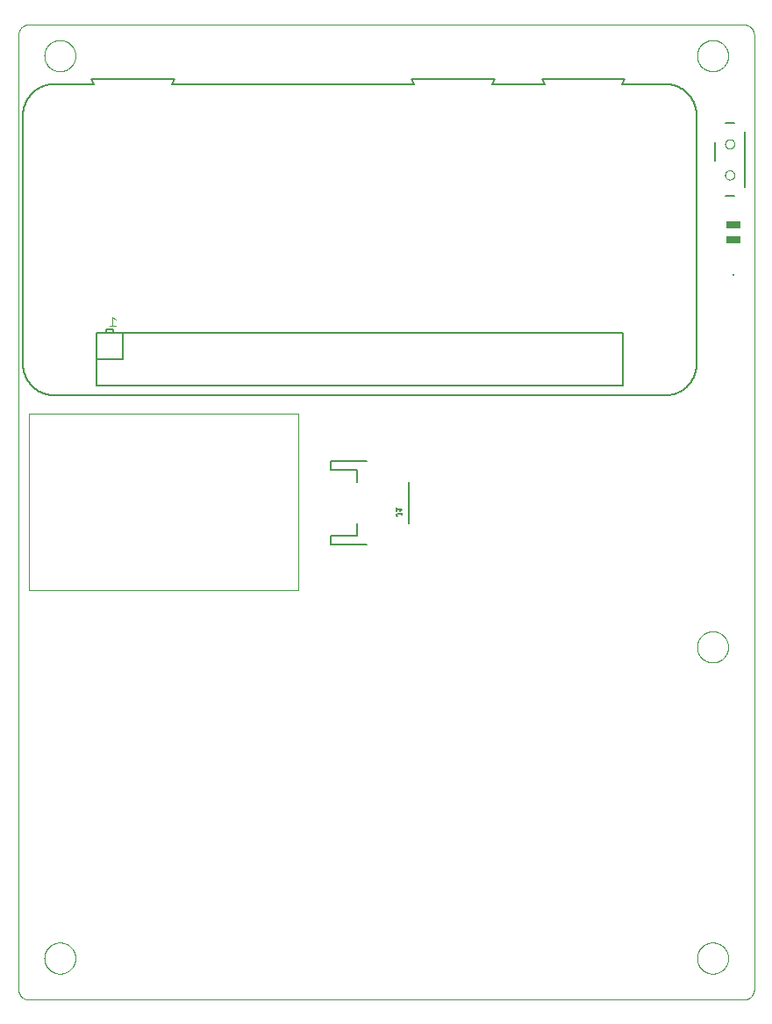
<source format=gbo>
G75*
%MOIN*%
%OFA0B0*%
%FSLAX25Y25*%
%IPPOS*%
%LPD*%
%AMOC8*
5,1,8,0,0,1.08239X$1,22.5*
%
%ADD10C,0.00000*%
%ADD11R,1.10378X0.00339*%
%ADD12R,0.00677X0.00339*%
%ADD13R,0.00339X0.00339*%
%ADD14R,0.01693X0.00339*%
%ADD15R,0.01016X0.00339*%
%ADD16R,0.03724X0.00339*%
%ADD17R,0.02370X0.00339*%
%ADD18R,0.03047X0.00339*%
%ADD19R,0.03386X0.00339*%
%ADD20R,0.01354X0.00339*%
%ADD21R,0.02709X0.00339*%
%ADD22R,0.02031X0.00339*%
%ADD23R,1.15118X0.00339*%
%ADD24R,0.65685X0.00339*%
%ADD25R,0.43339X0.00339*%
%ADD26R,0.05417X0.00339*%
%ADD27R,0.04740X0.00339*%
%ADD28R,0.04063X0.00339*%
%ADD29R,0.06094X0.00339*%
%ADD30R,0.04402X0.00339*%
%ADD31R,0.66024X0.00339*%
%ADD32R,0.43677X0.00339*%
%ADD33R,1.14441X0.00339*%
%ADD34R,1.13764X0.00339*%
%ADD35R,1.13087X0.00339*%
%ADD36R,1.12409X0.00339*%
%ADD37R,1.11055X0.00339*%
%ADD38R,0.10496X0.00339*%
%ADD39R,0.22685X0.00339*%
%ADD40R,0.32504X0.00339*%
%ADD41R,0.05079X0.00339*%
%ADD42R,0.06772X0.00339*%
%ADD43R,0.06433X0.00339*%
%ADD44R,0.07787X0.00339*%
%ADD45R,0.05756X0.00339*%
%ADD46R,0.09142X0.00339*%
%ADD47R,0.09480X0.00339*%
%ADD48R,0.09819X0.00339*%
%ADD49R,0.07110X0.00339*%
%ADD50R,0.08126X0.00339*%
%ADD51R,0.07449X0.00339*%
%ADD52R,0.11850X0.00339*%
%ADD53R,0.22346X0.00339*%
%ADD54R,0.11173X0.00339*%
%ADD55R,0.08465X0.00339*%
%ADD56R,0.08803X0.00339*%
%ADD57R,0.10157X0.00339*%
%ADD58R,0.12866X0.00339*%
%ADD59R,0.13543X0.00339*%
%ADD60C,0.00500*%
%ADD61C,0.00400*%
%ADD62C,0.00394*%
%ADD63R,0.05512X0.02559*%
%ADD64R,0.00787X0.00787*%
%ADD65C,0.00800*%
D10*
X0003248Y0006189D02*
X0003248Y0368394D01*
X0003250Y0368518D01*
X0003256Y0368641D01*
X0003265Y0368765D01*
X0003279Y0368887D01*
X0003296Y0369010D01*
X0003318Y0369132D01*
X0003343Y0369253D01*
X0003372Y0369373D01*
X0003404Y0369492D01*
X0003441Y0369611D01*
X0003481Y0369728D01*
X0003524Y0369843D01*
X0003572Y0369958D01*
X0003623Y0370070D01*
X0003677Y0370181D01*
X0003735Y0370291D01*
X0003796Y0370398D01*
X0003861Y0370504D01*
X0003929Y0370607D01*
X0004000Y0370708D01*
X0004074Y0370807D01*
X0004151Y0370904D01*
X0004232Y0370998D01*
X0004315Y0371089D01*
X0004401Y0371178D01*
X0004490Y0371264D01*
X0004581Y0371347D01*
X0004675Y0371428D01*
X0004772Y0371505D01*
X0004871Y0371579D01*
X0004972Y0371650D01*
X0005075Y0371718D01*
X0005181Y0371783D01*
X0005288Y0371844D01*
X0005398Y0371902D01*
X0005509Y0371956D01*
X0005621Y0372007D01*
X0005736Y0372055D01*
X0005851Y0372098D01*
X0005968Y0372138D01*
X0006087Y0372175D01*
X0006206Y0372207D01*
X0006326Y0372236D01*
X0006447Y0372261D01*
X0006569Y0372283D01*
X0006692Y0372300D01*
X0006814Y0372314D01*
X0006938Y0372323D01*
X0007061Y0372329D01*
X0007185Y0372331D01*
X0278839Y0372331D01*
X0278963Y0372329D01*
X0279086Y0372323D01*
X0279210Y0372314D01*
X0279332Y0372300D01*
X0279455Y0372283D01*
X0279577Y0372261D01*
X0279698Y0372236D01*
X0279818Y0372207D01*
X0279937Y0372175D01*
X0280056Y0372138D01*
X0280173Y0372098D01*
X0280288Y0372055D01*
X0280403Y0372007D01*
X0280515Y0371956D01*
X0280626Y0371902D01*
X0280736Y0371844D01*
X0280843Y0371783D01*
X0280949Y0371718D01*
X0281052Y0371650D01*
X0281153Y0371579D01*
X0281252Y0371505D01*
X0281349Y0371428D01*
X0281443Y0371347D01*
X0281534Y0371264D01*
X0281623Y0371178D01*
X0281709Y0371089D01*
X0281792Y0370998D01*
X0281873Y0370904D01*
X0281950Y0370807D01*
X0282024Y0370708D01*
X0282095Y0370607D01*
X0282163Y0370504D01*
X0282228Y0370398D01*
X0282289Y0370291D01*
X0282347Y0370181D01*
X0282401Y0370070D01*
X0282452Y0369958D01*
X0282500Y0369843D01*
X0282543Y0369728D01*
X0282583Y0369611D01*
X0282620Y0369492D01*
X0282652Y0369373D01*
X0282681Y0369253D01*
X0282706Y0369132D01*
X0282728Y0369010D01*
X0282745Y0368887D01*
X0282759Y0368765D01*
X0282768Y0368641D01*
X0282774Y0368518D01*
X0282776Y0368394D01*
X0282776Y0006189D01*
X0282774Y0006065D01*
X0282768Y0005942D01*
X0282759Y0005818D01*
X0282745Y0005696D01*
X0282728Y0005573D01*
X0282706Y0005451D01*
X0282681Y0005330D01*
X0282652Y0005210D01*
X0282620Y0005091D01*
X0282583Y0004972D01*
X0282543Y0004855D01*
X0282500Y0004740D01*
X0282452Y0004625D01*
X0282401Y0004513D01*
X0282347Y0004402D01*
X0282289Y0004292D01*
X0282228Y0004185D01*
X0282163Y0004079D01*
X0282095Y0003976D01*
X0282024Y0003875D01*
X0281950Y0003776D01*
X0281873Y0003679D01*
X0281792Y0003585D01*
X0281709Y0003494D01*
X0281623Y0003405D01*
X0281534Y0003319D01*
X0281443Y0003236D01*
X0281349Y0003155D01*
X0281252Y0003078D01*
X0281153Y0003004D01*
X0281052Y0002933D01*
X0280949Y0002865D01*
X0280843Y0002800D01*
X0280736Y0002739D01*
X0280626Y0002681D01*
X0280515Y0002627D01*
X0280403Y0002576D01*
X0280288Y0002528D01*
X0280173Y0002485D01*
X0280056Y0002445D01*
X0279937Y0002408D01*
X0279818Y0002376D01*
X0279698Y0002347D01*
X0279577Y0002322D01*
X0279455Y0002300D01*
X0279332Y0002283D01*
X0279210Y0002269D01*
X0279086Y0002260D01*
X0278963Y0002254D01*
X0278839Y0002252D01*
X0007185Y0002252D01*
X0007061Y0002254D01*
X0006938Y0002260D01*
X0006814Y0002269D01*
X0006692Y0002283D01*
X0006569Y0002300D01*
X0006447Y0002322D01*
X0006326Y0002347D01*
X0006206Y0002376D01*
X0006087Y0002408D01*
X0005968Y0002445D01*
X0005851Y0002485D01*
X0005736Y0002528D01*
X0005621Y0002576D01*
X0005509Y0002627D01*
X0005398Y0002681D01*
X0005288Y0002739D01*
X0005181Y0002800D01*
X0005075Y0002865D01*
X0004972Y0002933D01*
X0004871Y0003004D01*
X0004772Y0003078D01*
X0004675Y0003155D01*
X0004581Y0003236D01*
X0004490Y0003319D01*
X0004401Y0003405D01*
X0004315Y0003494D01*
X0004232Y0003585D01*
X0004151Y0003679D01*
X0004074Y0003776D01*
X0004000Y0003875D01*
X0003929Y0003976D01*
X0003861Y0004079D01*
X0003796Y0004185D01*
X0003735Y0004292D01*
X0003677Y0004402D01*
X0003623Y0004513D01*
X0003572Y0004625D01*
X0003524Y0004740D01*
X0003481Y0004855D01*
X0003441Y0004972D01*
X0003404Y0005091D01*
X0003372Y0005210D01*
X0003343Y0005330D01*
X0003318Y0005451D01*
X0003296Y0005573D01*
X0003279Y0005696D01*
X0003265Y0005818D01*
X0003256Y0005942D01*
X0003250Y0006065D01*
X0003248Y0006189D01*
X0013090Y0018000D02*
X0013092Y0018153D01*
X0013098Y0018307D01*
X0013108Y0018460D01*
X0013122Y0018612D01*
X0013140Y0018765D01*
X0013162Y0018916D01*
X0013187Y0019067D01*
X0013217Y0019218D01*
X0013251Y0019368D01*
X0013288Y0019516D01*
X0013329Y0019664D01*
X0013374Y0019810D01*
X0013423Y0019956D01*
X0013476Y0020100D01*
X0013532Y0020242D01*
X0013592Y0020383D01*
X0013656Y0020523D01*
X0013723Y0020661D01*
X0013794Y0020797D01*
X0013869Y0020931D01*
X0013946Y0021063D01*
X0014028Y0021193D01*
X0014112Y0021321D01*
X0014200Y0021447D01*
X0014291Y0021570D01*
X0014385Y0021691D01*
X0014483Y0021809D01*
X0014583Y0021925D01*
X0014687Y0022038D01*
X0014793Y0022149D01*
X0014902Y0022257D01*
X0015014Y0022362D01*
X0015128Y0022463D01*
X0015246Y0022562D01*
X0015365Y0022658D01*
X0015487Y0022751D01*
X0015612Y0022840D01*
X0015739Y0022927D01*
X0015868Y0023009D01*
X0015999Y0023089D01*
X0016132Y0023165D01*
X0016267Y0023238D01*
X0016404Y0023307D01*
X0016543Y0023372D01*
X0016683Y0023434D01*
X0016825Y0023492D01*
X0016968Y0023547D01*
X0017113Y0023598D01*
X0017259Y0023645D01*
X0017406Y0023688D01*
X0017554Y0023727D01*
X0017703Y0023763D01*
X0017853Y0023794D01*
X0018004Y0023822D01*
X0018155Y0023846D01*
X0018308Y0023866D01*
X0018460Y0023882D01*
X0018613Y0023894D01*
X0018766Y0023902D01*
X0018919Y0023906D01*
X0019073Y0023906D01*
X0019226Y0023902D01*
X0019379Y0023894D01*
X0019532Y0023882D01*
X0019684Y0023866D01*
X0019837Y0023846D01*
X0019988Y0023822D01*
X0020139Y0023794D01*
X0020289Y0023763D01*
X0020438Y0023727D01*
X0020586Y0023688D01*
X0020733Y0023645D01*
X0020879Y0023598D01*
X0021024Y0023547D01*
X0021167Y0023492D01*
X0021309Y0023434D01*
X0021449Y0023372D01*
X0021588Y0023307D01*
X0021725Y0023238D01*
X0021860Y0023165D01*
X0021993Y0023089D01*
X0022124Y0023009D01*
X0022253Y0022927D01*
X0022380Y0022840D01*
X0022505Y0022751D01*
X0022627Y0022658D01*
X0022746Y0022562D01*
X0022864Y0022463D01*
X0022978Y0022362D01*
X0023090Y0022257D01*
X0023199Y0022149D01*
X0023305Y0022038D01*
X0023409Y0021925D01*
X0023509Y0021809D01*
X0023607Y0021691D01*
X0023701Y0021570D01*
X0023792Y0021447D01*
X0023880Y0021321D01*
X0023964Y0021193D01*
X0024046Y0021063D01*
X0024123Y0020931D01*
X0024198Y0020797D01*
X0024269Y0020661D01*
X0024336Y0020523D01*
X0024400Y0020383D01*
X0024460Y0020242D01*
X0024516Y0020100D01*
X0024569Y0019956D01*
X0024618Y0019810D01*
X0024663Y0019664D01*
X0024704Y0019516D01*
X0024741Y0019368D01*
X0024775Y0019218D01*
X0024805Y0019067D01*
X0024830Y0018916D01*
X0024852Y0018765D01*
X0024870Y0018612D01*
X0024884Y0018460D01*
X0024894Y0018307D01*
X0024900Y0018153D01*
X0024902Y0018000D01*
X0024900Y0017847D01*
X0024894Y0017693D01*
X0024884Y0017540D01*
X0024870Y0017388D01*
X0024852Y0017235D01*
X0024830Y0017084D01*
X0024805Y0016933D01*
X0024775Y0016782D01*
X0024741Y0016632D01*
X0024704Y0016484D01*
X0024663Y0016336D01*
X0024618Y0016190D01*
X0024569Y0016044D01*
X0024516Y0015900D01*
X0024460Y0015758D01*
X0024400Y0015617D01*
X0024336Y0015477D01*
X0024269Y0015339D01*
X0024198Y0015203D01*
X0024123Y0015069D01*
X0024046Y0014937D01*
X0023964Y0014807D01*
X0023880Y0014679D01*
X0023792Y0014553D01*
X0023701Y0014430D01*
X0023607Y0014309D01*
X0023509Y0014191D01*
X0023409Y0014075D01*
X0023305Y0013962D01*
X0023199Y0013851D01*
X0023090Y0013743D01*
X0022978Y0013638D01*
X0022864Y0013537D01*
X0022746Y0013438D01*
X0022627Y0013342D01*
X0022505Y0013249D01*
X0022380Y0013160D01*
X0022253Y0013073D01*
X0022124Y0012991D01*
X0021993Y0012911D01*
X0021860Y0012835D01*
X0021725Y0012762D01*
X0021588Y0012693D01*
X0021449Y0012628D01*
X0021309Y0012566D01*
X0021167Y0012508D01*
X0021024Y0012453D01*
X0020879Y0012402D01*
X0020733Y0012355D01*
X0020586Y0012312D01*
X0020438Y0012273D01*
X0020289Y0012237D01*
X0020139Y0012206D01*
X0019988Y0012178D01*
X0019837Y0012154D01*
X0019684Y0012134D01*
X0019532Y0012118D01*
X0019379Y0012106D01*
X0019226Y0012098D01*
X0019073Y0012094D01*
X0018919Y0012094D01*
X0018766Y0012098D01*
X0018613Y0012106D01*
X0018460Y0012118D01*
X0018308Y0012134D01*
X0018155Y0012154D01*
X0018004Y0012178D01*
X0017853Y0012206D01*
X0017703Y0012237D01*
X0017554Y0012273D01*
X0017406Y0012312D01*
X0017259Y0012355D01*
X0017113Y0012402D01*
X0016968Y0012453D01*
X0016825Y0012508D01*
X0016683Y0012566D01*
X0016543Y0012628D01*
X0016404Y0012693D01*
X0016267Y0012762D01*
X0016132Y0012835D01*
X0015999Y0012911D01*
X0015868Y0012991D01*
X0015739Y0013073D01*
X0015612Y0013160D01*
X0015487Y0013249D01*
X0015365Y0013342D01*
X0015246Y0013438D01*
X0015128Y0013537D01*
X0015014Y0013638D01*
X0014902Y0013743D01*
X0014793Y0013851D01*
X0014687Y0013962D01*
X0014583Y0014075D01*
X0014483Y0014191D01*
X0014385Y0014309D01*
X0014291Y0014430D01*
X0014200Y0014553D01*
X0014112Y0014679D01*
X0014028Y0014807D01*
X0013946Y0014937D01*
X0013869Y0015069D01*
X0013794Y0015203D01*
X0013723Y0015339D01*
X0013656Y0015477D01*
X0013592Y0015617D01*
X0013532Y0015758D01*
X0013476Y0015900D01*
X0013423Y0016044D01*
X0013374Y0016190D01*
X0013329Y0016336D01*
X0013288Y0016484D01*
X0013251Y0016632D01*
X0013217Y0016782D01*
X0013187Y0016933D01*
X0013162Y0017084D01*
X0013140Y0017235D01*
X0013122Y0017388D01*
X0013108Y0017540D01*
X0013098Y0017693D01*
X0013092Y0017847D01*
X0013090Y0018000D01*
X0261122Y0018000D02*
X0261124Y0018153D01*
X0261130Y0018307D01*
X0261140Y0018460D01*
X0261154Y0018612D01*
X0261172Y0018765D01*
X0261194Y0018916D01*
X0261219Y0019067D01*
X0261249Y0019218D01*
X0261283Y0019368D01*
X0261320Y0019516D01*
X0261361Y0019664D01*
X0261406Y0019810D01*
X0261455Y0019956D01*
X0261508Y0020100D01*
X0261564Y0020242D01*
X0261624Y0020383D01*
X0261688Y0020523D01*
X0261755Y0020661D01*
X0261826Y0020797D01*
X0261901Y0020931D01*
X0261978Y0021063D01*
X0262060Y0021193D01*
X0262144Y0021321D01*
X0262232Y0021447D01*
X0262323Y0021570D01*
X0262417Y0021691D01*
X0262515Y0021809D01*
X0262615Y0021925D01*
X0262719Y0022038D01*
X0262825Y0022149D01*
X0262934Y0022257D01*
X0263046Y0022362D01*
X0263160Y0022463D01*
X0263278Y0022562D01*
X0263397Y0022658D01*
X0263519Y0022751D01*
X0263644Y0022840D01*
X0263771Y0022927D01*
X0263900Y0023009D01*
X0264031Y0023089D01*
X0264164Y0023165D01*
X0264299Y0023238D01*
X0264436Y0023307D01*
X0264575Y0023372D01*
X0264715Y0023434D01*
X0264857Y0023492D01*
X0265000Y0023547D01*
X0265145Y0023598D01*
X0265291Y0023645D01*
X0265438Y0023688D01*
X0265586Y0023727D01*
X0265735Y0023763D01*
X0265885Y0023794D01*
X0266036Y0023822D01*
X0266187Y0023846D01*
X0266340Y0023866D01*
X0266492Y0023882D01*
X0266645Y0023894D01*
X0266798Y0023902D01*
X0266951Y0023906D01*
X0267105Y0023906D01*
X0267258Y0023902D01*
X0267411Y0023894D01*
X0267564Y0023882D01*
X0267716Y0023866D01*
X0267869Y0023846D01*
X0268020Y0023822D01*
X0268171Y0023794D01*
X0268321Y0023763D01*
X0268470Y0023727D01*
X0268618Y0023688D01*
X0268765Y0023645D01*
X0268911Y0023598D01*
X0269056Y0023547D01*
X0269199Y0023492D01*
X0269341Y0023434D01*
X0269481Y0023372D01*
X0269620Y0023307D01*
X0269757Y0023238D01*
X0269892Y0023165D01*
X0270025Y0023089D01*
X0270156Y0023009D01*
X0270285Y0022927D01*
X0270412Y0022840D01*
X0270537Y0022751D01*
X0270659Y0022658D01*
X0270778Y0022562D01*
X0270896Y0022463D01*
X0271010Y0022362D01*
X0271122Y0022257D01*
X0271231Y0022149D01*
X0271337Y0022038D01*
X0271441Y0021925D01*
X0271541Y0021809D01*
X0271639Y0021691D01*
X0271733Y0021570D01*
X0271824Y0021447D01*
X0271912Y0021321D01*
X0271996Y0021193D01*
X0272078Y0021063D01*
X0272155Y0020931D01*
X0272230Y0020797D01*
X0272301Y0020661D01*
X0272368Y0020523D01*
X0272432Y0020383D01*
X0272492Y0020242D01*
X0272548Y0020100D01*
X0272601Y0019956D01*
X0272650Y0019810D01*
X0272695Y0019664D01*
X0272736Y0019516D01*
X0272773Y0019368D01*
X0272807Y0019218D01*
X0272837Y0019067D01*
X0272862Y0018916D01*
X0272884Y0018765D01*
X0272902Y0018612D01*
X0272916Y0018460D01*
X0272926Y0018307D01*
X0272932Y0018153D01*
X0272934Y0018000D01*
X0272932Y0017847D01*
X0272926Y0017693D01*
X0272916Y0017540D01*
X0272902Y0017388D01*
X0272884Y0017235D01*
X0272862Y0017084D01*
X0272837Y0016933D01*
X0272807Y0016782D01*
X0272773Y0016632D01*
X0272736Y0016484D01*
X0272695Y0016336D01*
X0272650Y0016190D01*
X0272601Y0016044D01*
X0272548Y0015900D01*
X0272492Y0015758D01*
X0272432Y0015617D01*
X0272368Y0015477D01*
X0272301Y0015339D01*
X0272230Y0015203D01*
X0272155Y0015069D01*
X0272078Y0014937D01*
X0271996Y0014807D01*
X0271912Y0014679D01*
X0271824Y0014553D01*
X0271733Y0014430D01*
X0271639Y0014309D01*
X0271541Y0014191D01*
X0271441Y0014075D01*
X0271337Y0013962D01*
X0271231Y0013851D01*
X0271122Y0013743D01*
X0271010Y0013638D01*
X0270896Y0013537D01*
X0270778Y0013438D01*
X0270659Y0013342D01*
X0270537Y0013249D01*
X0270412Y0013160D01*
X0270285Y0013073D01*
X0270156Y0012991D01*
X0270025Y0012911D01*
X0269892Y0012835D01*
X0269757Y0012762D01*
X0269620Y0012693D01*
X0269481Y0012628D01*
X0269341Y0012566D01*
X0269199Y0012508D01*
X0269056Y0012453D01*
X0268911Y0012402D01*
X0268765Y0012355D01*
X0268618Y0012312D01*
X0268470Y0012273D01*
X0268321Y0012237D01*
X0268171Y0012206D01*
X0268020Y0012178D01*
X0267869Y0012154D01*
X0267716Y0012134D01*
X0267564Y0012118D01*
X0267411Y0012106D01*
X0267258Y0012098D01*
X0267105Y0012094D01*
X0266951Y0012094D01*
X0266798Y0012098D01*
X0266645Y0012106D01*
X0266492Y0012118D01*
X0266340Y0012134D01*
X0266187Y0012154D01*
X0266036Y0012178D01*
X0265885Y0012206D01*
X0265735Y0012237D01*
X0265586Y0012273D01*
X0265438Y0012312D01*
X0265291Y0012355D01*
X0265145Y0012402D01*
X0265000Y0012453D01*
X0264857Y0012508D01*
X0264715Y0012566D01*
X0264575Y0012628D01*
X0264436Y0012693D01*
X0264299Y0012762D01*
X0264164Y0012835D01*
X0264031Y0012911D01*
X0263900Y0012991D01*
X0263771Y0013073D01*
X0263644Y0013160D01*
X0263519Y0013249D01*
X0263397Y0013342D01*
X0263278Y0013438D01*
X0263160Y0013537D01*
X0263046Y0013638D01*
X0262934Y0013743D01*
X0262825Y0013851D01*
X0262719Y0013962D01*
X0262615Y0014075D01*
X0262515Y0014191D01*
X0262417Y0014309D01*
X0262323Y0014430D01*
X0262232Y0014553D01*
X0262144Y0014679D01*
X0262060Y0014807D01*
X0261978Y0014937D01*
X0261901Y0015069D01*
X0261826Y0015203D01*
X0261755Y0015339D01*
X0261688Y0015477D01*
X0261624Y0015617D01*
X0261564Y0015758D01*
X0261508Y0015900D01*
X0261455Y0016044D01*
X0261406Y0016190D01*
X0261361Y0016336D01*
X0261320Y0016484D01*
X0261283Y0016632D01*
X0261249Y0016782D01*
X0261219Y0016933D01*
X0261194Y0017084D01*
X0261172Y0017235D01*
X0261154Y0017388D01*
X0261140Y0017540D01*
X0261130Y0017693D01*
X0261124Y0017847D01*
X0261122Y0018000D01*
X0261122Y0136110D02*
X0261124Y0136263D01*
X0261130Y0136417D01*
X0261140Y0136570D01*
X0261154Y0136722D01*
X0261172Y0136875D01*
X0261194Y0137026D01*
X0261219Y0137177D01*
X0261249Y0137328D01*
X0261283Y0137478D01*
X0261320Y0137626D01*
X0261361Y0137774D01*
X0261406Y0137920D01*
X0261455Y0138066D01*
X0261508Y0138210D01*
X0261564Y0138352D01*
X0261624Y0138493D01*
X0261688Y0138633D01*
X0261755Y0138771D01*
X0261826Y0138907D01*
X0261901Y0139041D01*
X0261978Y0139173D01*
X0262060Y0139303D01*
X0262144Y0139431D01*
X0262232Y0139557D01*
X0262323Y0139680D01*
X0262417Y0139801D01*
X0262515Y0139919D01*
X0262615Y0140035D01*
X0262719Y0140148D01*
X0262825Y0140259D01*
X0262934Y0140367D01*
X0263046Y0140472D01*
X0263160Y0140573D01*
X0263278Y0140672D01*
X0263397Y0140768D01*
X0263519Y0140861D01*
X0263644Y0140950D01*
X0263771Y0141037D01*
X0263900Y0141119D01*
X0264031Y0141199D01*
X0264164Y0141275D01*
X0264299Y0141348D01*
X0264436Y0141417D01*
X0264575Y0141482D01*
X0264715Y0141544D01*
X0264857Y0141602D01*
X0265000Y0141657D01*
X0265145Y0141708D01*
X0265291Y0141755D01*
X0265438Y0141798D01*
X0265586Y0141837D01*
X0265735Y0141873D01*
X0265885Y0141904D01*
X0266036Y0141932D01*
X0266187Y0141956D01*
X0266340Y0141976D01*
X0266492Y0141992D01*
X0266645Y0142004D01*
X0266798Y0142012D01*
X0266951Y0142016D01*
X0267105Y0142016D01*
X0267258Y0142012D01*
X0267411Y0142004D01*
X0267564Y0141992D01*
X0267716Y0141976D01*
X0267869Y0141956D01*
X0268020Y0141932D01*
X0268171Y0141904D01*
X0268321Y0141873D01*
X0268470Y0141837D01*
X0268618Y0141798D01*
X0268765Y0141755D01*
X0268911Y0141708D01*
X0269056Y0141657D01*
X0269199Y0141602D01*
X0269341Y0141544D01*
X0269481Y0141482D01*
X0269620Y0141417D01*
X0269757Y0141348D01*
X0269892Y0141275D01*
X0270025Y0141199D01*
X0270156Y0141119D01*
X0270285Y0141037D01*
X0270412Y0140950D01*
X0270537Y0140861D01*
X0270659Y0140768D01*
X0270778Y0140672D01*
X0270896Y0140573D01*
X0271010Y0140472D01*
X0271122Y0140367D01*
X0271231Y0140259D01*
X0271337Y0140148D01*
X0271441Y0140035D01*
X0271541Y0139919D01*
X0271639Y0139801D01*
X0271733Y0139680D01*
X0271824Y0139557D01*
X0271912Y0139431D01*
X0271996Y0139303D01*
X0272078Y0139173D01*
X0272155Y0139041D01*
X0272230Y0138907D01*
X0272301Y0138771D01*
X0272368Y0138633D01*
X0272432Y0138493D01*
X0272492Y0138352D01*
X0272548Y0138210D01*
X0272601Y0138066D01*
X0272650Y0137920D01*
X0272695Y0137774D01*
X0272736Y0137626D01*
X0272773Y0137478D01*
X0272807Y0137328D01*
X0272837Y0137177D01*
X0272862Y0137026D01*
X0272884Y0136875D01*
X0272902Y0136722D01*
X0272916Y0136570D01*
X0272926Y0136417D01*
X0272932Y0136263D01*
X0272934Y0136110D01*
X0272932Y0135957D01*
X0272926Y0135803D01*
X0272916Y0135650D01*
X0272902Y0135498D01*
X0272884Y0135345D01*
X0272862Y0135194D01*
X0272837Y0135043D01*
X0272807Y0134892D01*
X0272773Y0134742D01*
X0272736Y0134594D01*
X0272695Y0134446D01*
X0272650Y0134300D01*
X0272601Y0134154D01*
X0272548Y0134010D01*
X0272492Y0133868D01*
X0272432Y0133727D01*
X0272368Y0133587D01*
X0272301Y0133449D01*
X0272230Y0133313D01*
X0272155Y0133179D01*
X0272078Y0133047D01*
X0271996Y0132917D01*
X0271912Y0132789D01*
X0271824Y0132663D01*
X0271733Y0132540D01*
X0271639Y0132419D01*
X0271541Y0132301D01*
X0271441Y0132185D01*
X0271337Y0132072D01*
X0271231Y0131961D01*
X0271122Y0131853D01*
X0271010Y0131748D01*
X0270896Y0131647D01*
X0270778Y0131548D01*
X0270659Y0131452D01*
X0270537Y0131359D01*
X0270412Y0131270D01*
X0270285Y0131183D01*
X0270156Y0131101D01*
X0270025Y0131021D01*
X0269892Y0130945D01*
X0269757Y0130872D01*
X0269620Y0130803D01*
X0269481Y0130738D01*
X0269341Y0130676D01*
X0269199Y0130618D01*
X0269056Y0130563D01*
X0268911Y0130512D01*
X0268765Y0130465D01*
X0268618Y0130422D01*
X0268470Y0130383D01*
X0268321Y0130347D01*
X0268171Y0130316D01*
X0268020Y0130288D01*
X0267869Y0130264D01*
X0267716Y0130244D01*
X0267564Y0130228D01*
X0267411Y0130216D01*
X0267258Y0130208D01*
X0267105Y0130204D01*
X0266951Y0130204D01*
X0266798Y0130208D01*
X0266645Y0130216D01*
X0266492Y0130228D01*
X0266340Y0130244D01*
X0266187Y0130264D01*
X0266036Y0130288D01*
X0265885Y0130316D01*
X0265735Y0130347D01*
X0265586Y0130383D01*
X0265438Y0130422D01*
X0265291Y0130465D01*
X0265145Y0130512D01*
X0265000Y0130563D01*
X0264857Y0130618D01*
X0264715Y0130676D01*
X0264575Y0130738D01*
X0264436Y0130803D01*
X0264299Y0130872D01*
X0264164Y0130945D01*
X0264031Y0131021D01*
X0263900Y0131101D01*
X0263771Y0131183D01*
X0263644Y0131270D01*
X0263519Y0131359D01*
X0263397Y0131452D01*
X0263278Y0131548D01*
X0263160Y0131647D01*
X0263046Y0131748D01*
X0262934Y0131853D01*
X0262825Y0131961D01*
X0262719Y0132072D01*
X0262615Y0132185D01*
X0262515Y0132301D01*
X0262417Y0132419D01*
X0262323Y0132540D01*
X0262232Y0132663D01*
X0262144Y0132789D01*
X0262060Y0132917D01*
X0261978Y0133047D01*
X0261901Y0133179D01*
X0261826Y0133313D01*
X0261755Y0133449D01*
X0261688Y0133587D01*
X0261624Y0133727D01*
X0261564Y0133868D01*
X0261508Y0134010D01*
X0261455Y0134154D01*
X0261406Y0134300D01*
X0261361Y0134446D01*
X0261320Y0134594D01*
X0261283Y0134742D01*
X0261249Y0134892D01*
X0261219Y0135043D01*
X0261194Y0135194D01*
X0261172Y0135345D01*
X0261154Y0135498D01*
X0261140Y0135650D01*
X0261130Y0135803D01*
X0261124Y0135957D01*
X0261122Y0136110D01*
X0271752Y0315244D02*
X0271754Y0315328D01*
X0271760Y0315411D01*
X0271770Y0315494D01*
X0271784Y0315577D01*
X0271801Y0315659D01*
X0271823Y0315740D01*
X0271848Y0315819D01*
X0271877Y0315898D01*
X0271910Y0315975D01*
X0271946Y0316050D01*
X0271986Y0316124D01*
X0272029Y0316196D01*
X0272076Y0316265D01*
X0272126Y0316332D01*
X0272179Y0316397D01*
X0272235Y0316459D01*
X0272293Y0316519D01*
X0272355Y0316576D01*
X0272419Y0316629D01*
X0272486Y0316680D01*
X0272555Y0316727D01*
X0272626Y0316772D01*
X0272699Y0316812D01*
X0272774Y0316849D01*
X0272851Y0316883D01*
X0272929Y0316913D01*
X0273008Y0316939D01*
X0273089Y0316962D01*
X0273171Y0316980D01*
X0273253Y0316995D01*
X0273336Y0317006D01*
X0273419Y0317013D01*
X0273503Y0317016D01*
X0273587Y0317015D01*
X0273670Y0317010D01*
X0273754Y0317001D01*
X0273836Y0316988D01*
X0273918Y0316972D01*
X0273999Y0316951D01*
X0274080Y0316927D01*
X0274158Y0316899D01*
X0274236Y0316867D01*
X0274312Y0316831D01*
X0274386Y0316792D01*
X0274458Y0316750D01*
X0274528Y0316704D01*
X0274596Y0316655D01*
X0274661Y0316603D01*
X0274724Y0316548D01*
X0274784Y0316490D01*
X0274842Y0316429D01*
X0274896Y0316365D01*
X0274948Y0316299D01*
X0274996Y0316231D01*
X0275041Y0316160D01*
X0275082Y0316087D01*
X0275121Y0316013D01*
X0275155Y0315937D01*
X0275186Y0315859D01*
X0275213Y0315780D01*
X0275237Y0315699D01*
X0275256Y0315618D01*
X0275272Y0315536D01*
X0275284Y0315453D01*
X0275292Y0315369D01*
X0275296Y0315286D01*
X0275296Y0315202D01*
X0275292Y0315119D01*
X0275284Y0315035D01*
X0275272Y0314952D01*
X0275256Y0314870D01*
X0275237Y0314789D01*
X0275213Y0314708D01*
X0275186Y0314629D01*
X0275155Y0314551D01*
X0275121Y0314475D01*
X0275082Y0314401D01*
X0275041Y0314328D01*
X0274996Y0314257D01*
X0274948Y0314189D01*
X0274896Y0314123D01*
X0274842Y0314059D01*
X0274784Y0313998D01*
X0274724Y0313940D01*
X0274661Y0313885D01*
X0274596Y0313833D01*
X0274528Y0313784D01*
X0274458Y0313738D01*
X0274386Y0313696D01*
X0274312Y0313657D01*
X0274236Y0313621D01*
X0274158Y0313589D01*
X0274080Y0313561D01*
X0273999Y0313537D01*
X0273918Y0313516D01*
X0273836Y0313500D01*
X0273754Y0313487D01*
X0273670Y0313478D01*
X0273587Y0313473D01*
X0273503Y0313472D01*
X0273419Y0313475D01*
X0273336Y0313482D01*
X0273253Y0313493D01*
X0273171Y0313508D01*
X0273089Y0313526D01*
X0273008Y0313549D01*
X0272929Y0313575D01*
X0272851Y0313605D01*
X0272774Y0313639D01*
X0272699Y0313676D01*
X0272626Y0313716D01*
X0272555Y0313761D01*
X0272486Y0313808D01*
X0272419Y0313859D01*
X0272355Y0313912D01*
X0272293Y0313969D01*
X0272235Y0314029D01*
X0272179Y0314091D01*
X0272126Y0314156D01*
X0272076Y0314223D01*
X0272029Y0314292D01*
X0271986Y0314364D01*
X0271946Y0314438D01*
X0271910Y0314513D01*
X0271877Y0314590D01*
X0271848Y0314669D01*
X0271823Y0314748D01*
X0271801Y0314829D01*
X0271784Y0314911D01*
X0271770Y0314994D01*
X0271760Y0315077D01*
X0271754Y0315160D01*
X0271752Y0315244D01*
X0271752Y0327055D02*
X0271754Y0327139D01*
X0271760Y0327222D01*
X0271770Y0327305D01*
X0271784Y0327388D01*
X0271801Y0327470D01*
X0271823Y0327551D01*
X0271848Y0327630D01*
X0271877Y0327709D01*
X0271910Y0327786D01*
X0271946Y0327861D01*
X0271986Y0327935D01*
X0272029Y0328007D01*
X0272076Y0328076D01*
X0272126Y0328143D01*
X0272179Y0328208D01*
X0272235Y0328270D01*
X0272293Y0328330D01*
X0272355Y0328387D01*
X0272419Y0328440D01*
X0272486Y0328491D01*
X0272555Y0328538D01*
X0272626Y0328583D01*
X0272699Y0328623D01*
X0272774Y0328660D01*
X0272851Y0328694D01*
X0272929Y0328724D01*
X0273008Y0328750D01*
X0273089Y0328773D01*
X0273171Y0328791D01*
X0273253Y0328806D01*
X0273336Y0328817D01*
X0273419Y0328824D01*
X0273503Y0328827D01*
X0273587Y0328826D01*
X0273670Y0328821D01*
X0273754Y0328812D01*
X0273836Y0328799D01*
X0273918Y0328783D01*
X0273999Y0328762D01*
X0274080Y0328738D01*
X0274158Y0328710D01*
X0274236Y0328678D01*
X0274312Y0328642D01*
X0274386Y0328603D01*
X0274458Y0328561D01*
X0274528Y0328515D01*
X0274596Y0328466D01*
X0274661Y0328414D01*
X0274724Y0328359D01*
X0274784Y0328301D01*
X0274842Y0328240D01*
X0274896Y0328176D01*
X0274948Y0328110D01*
X0274996Y0328042D01*
X0275041Y0327971D01*
X0275082Y0327898D01*
X0275121Y0327824D01*
X0275155Y0327748D01*
X0275186Y0327670D01*
X0275213Y0327591D01*
X0275237Y0327510D01*
X0275256Y0327429D01*
X0275272Y0327347D01*
X0275284Y0327264D01*
X0275292Y0327180D01*
X0275296Y0327097D01*
X0275296Y0327013D01*
X0275292Y0326930D01*
X0275284Y0326846D01*
X0275272Y0326763D01*
X0275256Y0326681D01*
X0275237Y0326600D01*
X0275213Y0326519D01*
X0275186Y0326440D01*
X0275155Y0326362D01*
X0275121Y0326286D01*
X0275082Y0326212D01*
X0275041Y0326139D01*
X0274996Y0326068D01*
X0274948Y0326000D01*
X0274896Y0325934D01*
X0274842Y0325870D01*
X0274784Y0325809D01*
X0274724Y0325751D01*
X0274661Y0325696D01*
X0274596Y0325644D01*
X0274528Y0325595D01*
X0274458Y0325549D01*
X0274386Y0325507D01*
X0274312Y0325468D01*
X0274236Y0325432D01*
X0274158Y0325400D01*
X0274080Y0325372D01*
X0273999Y0325348D01*
X0273918Y0325327D01*
X0273836Y0325311D01*
X0273754Y0325298D01*
X0273670Y0325289D01*
X0273587Y0325284D01*
X0273503Y0325283D01*
X0273419Y0325286D01*
X0273336Y0325293D01*
X0273253Y0325304D01*
X0273171Y0325319D01*
X0273089Y0325337D01*
X0273008Y0325360D01*
X0272929Y0325386D01*
X0272851Y0325416D01*
X0272774Y0325450D01*
X0272699Y0325487D01*
X0272626Y0325527D01*
X0272555Y0325572D01*
X0272486Y0325619D01*
X0272419Y0325670D01*
X0272355Y0325723D01*
X0272293Y0325780D01*
X0272235Y0325840D01*
X0272179Y0325902D01*
X0272126Y0325967D01*
X0272076Y0326034D01*
X0272029Y0326103D01*
X0271986Y0326175D01*
X0271946Y0326249D01*
X0271910Y0326324D01*
X0271877Y0326401D01*
X0271848Y0326480D01*
X0271823Y0326559D01*
X0271801Y0326640D01*
X0271784Y0326722D01*
X0271770Y0326805D01*
X0271760Y0326888D01*
X0271754Y0326971D01*
X0271752Y0327055D01*
X0261122Y0360520D02*
X0261124Y0360673D01*
X0261130Y0360827D01*
X0261140Y0360980D01*
X0261154Y0361132D01*
X0261172Y0361285D01*
X0261194Y0361436D01*
X0261219Y0361587D01*
X0261249Y0361738D01*
X0261283Y0361888D01*
X0261320Y0362036D01*
X0261361Y0362184D01*
X0261406Y0362330D01*
X0261455Y0362476D01*
X0261508Y0362620D01*
X0261564Y0362762D01*
X0261624Y0362903D01*
X0261688Y0363043D01*
X0261755Y0363181D01*
X0261826Y0363317D01*
X0261901Y0363451D01*
X0261978Y0363583D01*
X0262060Y0363713D01*
X0262144Y0363841D01*
X0262232Y0363967D01*
X0262323Y0364090D01*
X0262417Y0364211D01*
X0262515Y0364329D01*
X0262615Y0364445D01*
X0262719Y0364558D01*
X0262825Y0364669D01*
X0262934Y0364777D01*
X0263046Y0364882D01*
X0263160Y0364983D01*
X0263278Y0365082D01*
X0263397Y0365178D01*
X0263519Y0365271D01*
X0263644Y0365360D01*
X0263771Y0365447D01*
X0263900Y0365529D01*
X0264031Y0365609D01*
X0264164Y0365685D01*
X0264299Y0365758D01*
X0264436Y0365827D01*
X0264575Y0365892D01*
X0264715Y0365954D01*
X0264857Y0366012D01*
X0265000Y0366067D01*
X0265145Y0366118D01*
X0265291Y0366165D01*
X0265438Y0366208D01*
X0265586Y0366247D01*
X0265735Y0366283D01*
X0265885Y0366314D01*
X0266036Y0366342D01*
X0266187Y0366366D01*
X0266340Y0366386D01*
X0266492Y0366402D01*
X0266645Y0366414D01*
X0266798Y0366422D01*
X0266951Y0366426D01*
X0267105Y0366426D01*
X0267258Y0366422D01*
X0267411Y0366414D01*
X0267564Y0366402D01*
X0267716Y0366386D01*
X0267869Y0366366D01*
X0268020Y0366342D01*
X0268171Y0366314D01*
X0268321Y0366283D01*
X0268470Y0366247D01*
X0268618Y0366208D01*
X0268765Y0366165D01*
X0268911Y0366118D01*
X0269056Y0366067D01*
X0269199Y0366012D01*
X0269341Y0365954D01*
X0269481Y0365892D01*
X0269620Y0365827D01*
X0269757Y0365758D01*
X0269892Y0365685D01*
X0270025Y0365609D01*
X0270156Y0365529D01*
X0270285Y0365447D01*
X0270412Y0365360D01*
X0270537Y0365271D01*
X0270659Y0365178D01*
X0270778Y0365082D01*
X0270896Y0364983D01*
X0271010Y0364882D01*
X0271122Y0364777D01*
X0271231Y0364669D01*
X0271337Y0364558D01*
X0271441Y0364445D01*
X0271541Y0364329D01*
X0271639Y0364211D01*
X0271733Y0364090D01*
X0271824Y0363967D01*
X0271912Y0363841D01*
X0271996Y0363713D01*
X0272078Y0363583D01*
X0272155Y0363451D01*
X0272230Y0363317D01*
X0272301Y0363181D01*
X0272368Y0363043D01*
X0272432Y0362903D01*
X0272492Y0362762D01*
X0272548Y0362620D01*
X0272601Y0362476D01*
X0272650Y0362330D01*
X0272695Y0362184D01*
X0272736Y0362036D01*
X0272773Y0361888D01*
X0272807Y0361738D01*
X0272837Y0361587D01*
X0272862Y0361436D01*
X0272884Y0361285D01*
X0272902Y0361132D01*
X0272916Y0360980D01*
X0272926Y0360827D01*
X0272932Y0360673D01*
X0272934Y0360520D01*
X0272932Y0360367D01*
X0272926Y0360213D01*
X0272916Y0360060D01*
X0272902Y0359908D01*
X0272884Y0359755D01*
X0272862Y0359604D01*
X0272837Y0359453D01*
X0272807Y0359302D01*
X0272773Y0359152D01*
X0272736Y0359004D01*
X0272695Y0358856D01*
X0272650Y0358710D01*
X0272601Y0358564D01*
X0272548Y0358420D01*
X0272492Y0358278D01*
X0272432Y0358137D01*
X0272368Y0357997D01*
X0272301Y0357859D01*
X0272230Y0357723D01*
X0272155Y0357589D01*
X0272078Y0357457D01*
X0271996Y0357327D01*
X0271912Y0357199D01*
X0271824Y0357073D01*
X0271733Y0356950D01*
X0271639Y0356829D01*
X0271541Y0356711D01*
X0271441Y0356595D01*
X0271337Y0356482D01*
X0271231Y0356371D01*
X0271122Y0356263D01*
X0271010Y0356158D01*
X0270896Y0356057D01*
X0270778Y0355958D01*
X0270659Y0355862D01*
X0270537Y0355769D01*
X0270412Y0355680D01*
X0270285Y0355593D01*
X0270156Y0355511D01*
X0270025Y0355431D01*
X0269892Y0355355D01*
X0269757Y0355282D01*
X0269620Y0355213D01*
X0269481Y0355148D01*
X0269341Y0355086D01*
X0269199Y0355028D01*
X0269056Y0354973D01*
X0268911Y0354922D01*
X0268765Y0354875D01*
X0268618Y0354832D01*
X0268470Y0354793D01*
X0268321Y0354757D01*
X0268171Y0354726D01*
X0268020Y0354698D01*
X0267869Y0354674D01*
X0267716Y0354654D01*
X0267564Y0354638D01*
X0267411Y0354626D01*
X0267258Y0354618D01*
X0267105Y0354614D01*
X0266951Y0354614D01*
X0266798Y0354618D01*
X0266645Y0354626D01*
X0266492Y0354638D01*
X0266340Y0354654D01*
X0266187Y0354674D01*
X0266036Y0354698D01*
X0265885Y0354726D01*
X0265735Y0354757D01*
X0265586Y0354793D01*
X0265438Y0354832D01*
X0265291Y0354875D01*
X0265145Y0354922D01*
X0265000Y0354973D01*
X0264857Y0355028D01*
X0264715Y0355086D01*
X0264575Y0355148D01*
X0264436Y0355213D01*
X0264299Y0355282D01*
X0264164Y0355355D01*
X0264031Y0355431D01*
X0263900Y0355511D01*
X0263771Y0355593D01*
X0263644Y0355680D01*
X0263519Y0355769D01*
X0263397Y0355862D01*
X0263278Y0355958D01*
X0263160Y0356057D01*
X0263046Y0356158D01*
X0262934Y0356263D01*
X0262825Y0356371D01*
X0262719Y0356482D01*
X0262615Y0356595D01*
X0262515Y0356711D01*
X0262417Y0356829D01*
X0262323Y0356950D01*
X0262232Y0357073D01*
X0262144Y0357199D01*
X0262060Y0357327D01*
X0261978Y0357457D01*
X0261901Y0357589D01*
X0261826Y0357723D01*
X0261755Y0357859D01*
X0261688Y0357997D01*
X0261624Y0358137D01*
X0261564Y0358278D01*
X0261508Y0358420D01*
X0261455Y0358564D01*
X0261406Y0358710D01*
X0261361Y0358856D01*
X0261320Y0359004D01*
X0261283Y0359152D01*
X0261249Y0359302D01*
X0261219Y0359453D01*
X0261194Y0359604D01*
X0261172Y0359755D01*
X0261154Y0359908D01*
X0261140Y0360060D01*
X0261130Y0360213D01*
X0261124Y0360367D01*
X0261122Y0360520D01*
X0013090Y0360520D02*
X0013092Y0360673D01*
X0013098Y0360827D01*
X0013108Y0360980D01*
X0013122Y0361132D01*
X0013140Y0361285D01*
X0013162Y0361436D01*
X0013187Y0361587D01*
X0013217Y0361738D01*
X0013251Y0361888D01*
X0013288Y0362036D01*
X0013329Y0362184D01*
X0013374Y0362330D01*
X0013423Y0362476D01*
X0013476Y0362620D01*
X0013532Y0362762D01*
X0013592Y0362903D01*
X0013656Y0363043D01*
X0013723Y0363181D01*
X0013794Y0363317D01*
X0013869Y0363451D01*
X0013946Y0363583D01*
X0014028Y0363713D01*
X0014112Y0363841D01*
X0014200Y0363967D01*
X0014291Y0364090D01*
X0014385Y0364211D01*
X0014483Y0364329D01*
X0014583Y0364445D01*
X0014687Y0364558D01*
X0014793Y0364669D01*
X0014902Y0364777D01*
X0015014Y0364882D01*
X0015128Y0364983D01*
X0015246Y0365082D01*
X0015365Y0365178D01*
X0015487Y0365271D01*
X0015612Y0365360D01*
X0015739Y0365447D01*
X0015868Y0365529D01*
X0015999Y0365609D01*
X0016132Y0365685D01*
X0016267Y0365758D01*
X0016404Y0365827D01*
X0016543Y0365892D01*
X0016683Y0365954D01*
X0016825Y0366012D01*
X0016968Y0366067D01*
X0017113Y0366118D01*
X0017259Y0366165D01*
X0017406Y0366208D01*
X0017554Y0366247D01*
X0017703Y0366283D01*
X0017853Y0366314D01*
X0018004Y0366342D01*
X0018155Y0366366D01*
X0018308Y0366386D01*
X0018460Y0366402D01*
X0018613Y0366414D01*
X0018766Y0366422D01*
X0018919Y0366426D01*
X0019073Y0366426D01*
X0019226Y0366422D01*
X0019379Y0366414D01*
X0019532Y0366402D01*
X0019684Y0366386D01*
X0019837Y0366366D01*
X0019988Y0366342D01*
X0020139Y0366314D01*
X0020289Y0366283D01*
X0020438Y0366247D01*
X0020586Y0366208D01*
X0020733Y0366165D01*
X0020879Y0366118D01*
X0021024Y0366067D01*
X0021167Y0366012D01*
X0021309Y0365954D01*
X0021449Y0365892D01*
X0021588Y0365827D01*
X0021725Y0365758D01*
X0021860Y0365685D01*
X0021993Y0365609D01*
X0022124Y0365529D01*
X0022253Y0365447D01*
X0022380Y0365360D01*
X0022505Y0365271D01*
X0022627Y0365178D01*
X0022746Y0365082D01*
X0022864Y0364983D01*
X0022978Y0364882D01*
X0023090Y0364777D01*
X0023199Y0364669D01*
X0023305Y0364558D01*
X0023409Y0364445D01*
X0023509Y0364329D01*
X0023607Y0364211D01*
X0023701Y0364090D01*
X0023792Y0363967D01*
X0023880Y0363841D01*
X0023964Y0363713D01*
X0024046Y0363583D01*
X0024123Y0363451D01*
X0024198Y0363317D01*
X0024269Y0363181D01*
X0024336Y0363043D01*
X0024400Y0362903D01*
X0024460Y0362762D01*
X0024516Y0362620D01*
X0024569Y0362476D01*
X0024618Y0362330D01*
X0024663Y0362184D01*
X0024704Y0362036D01*
X0024741Y0361888D01*
X0024775Y0361738D01*
X0024805Y0361587D01*
X0024830Y0361436D01*
X0024852Y0361285D01*
X0024870Y0361132D01*
X0024884Y0360980D01*
X0024894Y0360827D01*
X0024900Y0360673D01*
X0024902Y0360520D01*
X0024900Y0360367D01*
X0024894Y0360213D01*
X0024884Y0360060D01*
X0024870Y0359908D01*
X0024852Y0359755D01*
X0024830Y0359604D01*
X0024805Y0359453D01*
X0024775Y0359302D01*
X0024741Y0359152D01*
X0024704Y0359004D01*
X0024663Y0358856D01*
X0024618Y0358710D01*
X0024569Y0358564D01*
X0024516Y0358420D01*
X0024460Y0358278D01*
X0024400Y0358137D01*
X0024336Y0357997D01*
X0024269Y0357859D01*
X0024198Y0357723D01*
X0024123Y0357589D01*
X0024046Y0357457D01*
X0023964Y0357327D01*
X0023880Y0357199D01*
X0023792Y0357073D01*
X0023701Y0356950D01*
X0023607Y0356829D01*
X0023509Y0356711D01*
X0023409Y0356595D01*
X0023305Y0356482D01*
X0023199Y0356371D01*
X0023090Y0356263D01*
X0022978Y0356158D01*
X0022864Y0356057D01*
X0022746Y0355958D01*
X0022627Y0355862D01*
X0022505Y0355769D01*
X0022380Y0355680D01*
X0022253Y0355593D01*
X0022124Y0355511D01*
X0021993Y0355431D01*
X0021860Y0355355D01*
X0021725Y0355282D01*
X0021588Y0355213D01*
X0021449Y0355148D01*
X0021309Y0355086D01*
X0021167Y0355028D01*
X0021024Y0354973D01*
X0020879Y0354922D01*
X0020733Y0354875D01*
X0020586Y0354832D01*
X0020438Y0354793D01*
X0020289Y0354757D01*
X0020139Y0354726D01*
X0019988Y0354698D01*
X0019837Y0354674D01*
X0019684Y0354654D01*
X0019532Y0354638D01*
X0019379Y0354626D01*
X0019226Y0354618D01*
X0019073Y0354614D01*
X0018919Y0354614D01*
X0018766Y0354618D01*
X0018613Y0354626D01*
X0018460Y0354638D01*
X0018308Y0354654D01*
X0018155Y0354674D01*
X0018004Y0354698D01*
X0017853Y0354726D01*
X0017703Y0354757D01*
X0017554Y0354793D01*
X0017406Y0354832D01*
X0017259Y0354875D01*
X0017113Y0354922D01*
X0016968Y0354973D01*
X0016825Y0355028D01*
X0016683Y0355086D01*
X0016543Y0355148D01*
X0016404Y0355213D01*
X0016267Y0355282D01*
X0016132Y0355355D01*
X0015999Y0355431D01*
X0015868Y0355511D01*
X0015739Y0355593D01*
X0015612Y0355680D01*
X0015487Y0355769D01*
X0015365Y0355862D01*
X0015246Y0355958D01*
X0015128Y0356057D01*
X0015014Y0356158D01*
X0014902Y0356263D01*
X0014793Y0356371D01*
X0014687Y0356482D01*
X0014583Y0356595D01*
X0014483Y0356711D01*
X0014385Y0356829D01*
X0014291Y0356950D01*
X0014200Y0357073D01*
X0014112Y0357199D01*
X0014028Y0357327D01*
X0013946Y0357457D01*
X0013869Y0357589D01*
X0013794Y0357723D01*
X0013723Y0357859D01*
X0013656Y0357997D01*
X0013592Y0358137D01*
X0013532Y0358278D01*
X0013476Y0358420D01*
X0013423Y0358564D01*
X0013374Y0358710D01*
X0013329Y0358856D01*
X0013288Y0359004D01*
X0013251Y0359152D01*
X0013217Y0359302D01*
X0013187Y0359453D01*
X0013162Y0359604D01*
X0013140Y0359755D01*
X0013122Y0359908D01*
X0013108Y0360060D01*
X0013098Y0360213D01*
X0013092Y0360367D01*
X0013090Y0360520D01*
D11*
X0218417Y0155969D03*
D12*
X0211307Y0169850D03*
X0211307Y0170528D03*
X0209614Y0173236D03*
X0206567Y0173236D03*
X0206567Y0170528D03*
X0206567Y0169850D03*
X0216047Y0171543D03*
X0220787Y0170528D03*
X0230268Y0173236D03*
X0256677Y0186780D03*
X0256677Y0187118D03*
X0256677Y0190843D03*
X0256677Y0191181D03*
X0262094Y0190504D03*
X0262094Y0190165D03*
X0262094Y0189827D03*
X0262094Y0189488D03*
X0262094Y0189150D03*
X0262094Y0188811D03*
X0262094Y0187118D03*
X0262094Y0186780D03*
X0265480Y0187457D03*
X0265480Y0187795D03*
X0267512Y0187795D03*
X0267512Y0187457D03*
X0267512Y0190165D03*
X0267512Y0190504D03*
X0264465Y0203709D03*
X0264126Y0204386D03*
X0263787Y0205063D03*
X0263787Y0205402D03*
X0263787Y0205740D03*
X0263787Y0206079D03*
X0263787Y0206417D03*
X0263787Y0206756D03*
X0263787Y0207094D03*
X0263787Y0207433D03*
X0263787Y0207772D03*
X0263787Y0208110D03*
X0263787Y0208449D03*
X0263787Y0208787D03*
X0263787Y0209126D03*
X0263787Y0209465D03*
X0263787Y0209803D03*
X0263787Y0210142D03*
X0263787Y0210480D03*
X0263787Y0210819D03*
X0263787Y0211157D03*
X0263787Y0211496D03*
X0263787Y0211835D03*
X0263787Y0212173D03*
X0263787Y0212512D03*
X0263787Y0212850D03*
X0263787Y0213189D03*
X0263787Y0213528D03*
X0263787Y0213866D03*
X0263787Y0214205D03*
X0263787Y0214543D03*
X0263787Y0214882D03*
X0263787Y0215220D03*
X0263787Y0215559D03*
X0263787Y0215898D03*
X0263787Y0216236D03*
X0263787Y0216575D03*
X0263787Y0216913D03*
X0263787Y0217252D03*
X0263787Y0217591D03*
X0263787Y0217929D03*
X0263787Y0218268D03*
X0263787Y0218606D03*
X0263787Y0218945D03*
X0263787Y0219283D03*
X0263787Y0219622D03*
X0263787Y0219961D03*
X0263787Y0220299D03*
X0263787Y0220638D03*
X0263787Y0220976D03*
X0263787Y0221315D03*
X0263787Y0221654D03*
X0263787Y0221992D03*
X0272929Y0207772D03*
X0271575Y0206079D03*
X0269543Y0206079D03*
X0254307Y0212850D03*
X0254307Y0213189D03*
X0254307Y0213528D03*
X0254307Y0213866D03*
X0254307Y0214205D03*
X0254307Y0214543D03*
X0254307Y0214882D03*
X0254307Y0217929D03*
X0254307Y0218268D03*
X0254307Y0218606D03*
X0254307Y0218945D03*
X0254307Y0219283D03*
X0246858Y0219283D03*
X0246858Y0218945D03*
X0246858Y0218606D03*
X0246858Y0218268D03*
X0246858Y0217929D03*
X0246858Y0217591D03*
X0246858Y0217252D03*
X0246858Y0216913D03*
X0246858Y0214882D03*
X0246858Y0214543D03*
X0246858Y0214205D03*
X0246858Y0213866D03*
X0246858Y0213528D03*
X0246858Y0213189D03*
X0246858Y0212850D03*
X0246858Y0212512D03*
X0246858Y0212173D03*
X0246858Y0211835D03*
X0246858Y0211496D03*
X0246858Y0211157D03*
X0239409Y0211496D03*
X0239409Y0211835D03*
X0239409Y0212173D03*
X0239409Y0212512D03*
X0239409Y0212850D03*
X0239409Y0213189D03*
X0239409Y0213528D03*
X0239409Y0213866D03*
X0239409Y0214205D03*
X0239409Y0214543D03*
X0239409Y0214882D03*
X0239409Y0215220D03*
X0239409Y0215559D03*
X0239409Y0215898D03*
X0239409Y0216236D03*
X0239409Y0216575D03*
X0239409Y0216913D03*
X0239409Y0217252D03*
X0239409Y0217591D03*
X0239409Y0217929D03*
X0239409Y0218268D03*
X0239409Y0218606D03*
X0239409Y0218945D03*
X0239409Y0219283D03*
X0237717Y0220299D03*
X0237717Y0220638D03*
X0208260Y0219283D03*
X0208260Y0218945D03*
X0208260Y0218268D03*
X0208260Y0217929D03*
X0208260Y0217591D03*
X0208260Y0217252D03*
X0208260Y0216913D03*
X0208260Y0216575D03*
X0208260Y0216236D03*
X0208260Y0215898D03*
X0208260Y0215559D03*
X0208260Y0215220D03*
X0208260Y0214882D03*
X0208260Y0214543D03*
X0208260Y0214205D03*
X0208260Y0213866D03*
X0208260Y0213528D03*
X0208260Y0213189D03*
X0208260Y0212850D03*
X0200811Y0212850D03*
X0200811Y0213189D03*
X0200811Y0213528D03*
X0200811Y0213866D03*
X0200811Y0214205D03*
X0200811Y0216913D03*
X0200811Y0217252D03*
X0200811Y0217591D03*
X0200811Y0217929D03*
X0200811Y0218268D03*
X0200811Y0218606D03*
X0200811Y0218945D03*
X0200811Y0219283D03*
X0200811Y0219622D03*
X0200811Y0219961D03*
X0200811Y0220299D03*
X0200811Y0220638D03*
X0200811Y0220976D03*
X0190315Y0181362D03*
X0195055Y0180685D03*
X0197087Y0171543D03*
X0197087Y0165110D03*
X0192008Y0165110D03*
X0187606Y0169850D03*
X0182866Y0178654D03*
X0184898Y0181362D03*
X0178126Y0173236D03*
X0175417Y0165110D03*
X0173386Y0162402D03*
X0168646Y0162402D03*
X0168646Y0161724D03*
X0166953Y0163079D03*
X0168646Y0170528D03*
X0168646Y0173236D03*
X0168646Y0177976D03*
X0168646Y0178654D03*
X0168646Y0181362D03*
X0161874Y0207433D03*
X0158827Y0207433D03*
X0168984Y0212173D03*
X0161874Y0156984D03*
X0162213Y0156646D03*
X0162890Y0156307D03*
X0074858Y0192197D03*
X0072488Y0189827D03*
X0049126Y0192535D03*
X0056575Y0284630D03*
X0056236Y0284969D03*
X0055898Y0285646D03*
X0055898Y0285984D03*
X0055898Y0286323D03*
X0055220Y0287677D03*
X0055220Y0288016D03*
X0054882Y0288693D03*
X0055220Y0289031D03*
X0055220Y0289370D03*
X0055220Y0289709D03*
X0055559Y0290047D03*
X0056236Y0291063D03*
X0056236Y0291402D03*
X0056236Y0291740D03*
X0056575Y0292079D03*
X0056575Y0294110D03*
X0056236Y0294449D03*
X0056236Y0294787D03*
X0055898Y0295126D03*
X0055898Y0295465D03*
X0055559Y0295803D03*
X0055559Y0296142D03*
X0055559Y0296480D03*
X0055559Y0296819D03*
X0058268Y0295803D03*
X0059283Y0295126D03*
X0060976Y0295126D03*
X0060976Y0295465D03*
X0060976Y0295803D03*
X0060299Y0296819D03*
X0061654Y0296819D03*
X0063008Y0295465D03*
X0062669Y0295126D03*
X0063685Y0295803D03*
X0065717Y0294787D03*
X0065717Y0294449D03*
X0065378Y0294110D03*
X0066055Y0295126D03*
X0066055Y0295465D03*
X0066394Y0295803D03*
X0066394Y0296142D03*
X0066394Y0296480D03*
X0066394Y0296819D03*
X0065039Y0292756D03*
X0065378Y0292417D03*
X0065717Y0291740D03*
X0065717Y0291402D03*
X0065717Y0291063D03*
X0066394Y0290047D03*
X0066732Y0289709D03*
X0067071Y0288693D03*
X0067071Y0288354D03*
X0066732Y0287677D03*
X0066732Y0287339D03*
X0066055Y0286323D03*
X0066055Y0285984D03*
X0066055Y0285646D03*
X0065717Y0284969D03*
X0065378Y0284630D03*
X0063008Y0285646D03*
X0065039Y0288354D03*
X0065039Y0288693D03*
X0065039Y0289031D03*
X0065039Y0289370D03*
X0065039Y0289709D03*
X0065039Y0290047D03*
X0063008Y0292417D03*
X0062669Y0292756D03*
X0060976Y0290386D03*
X0060976Y0290047D03*
X0060976Y0289709D03*
X0060976Y0289370D03*
X0058945Y0292079D03*
X0059283Y0292756D03*
X0056913Y0290047D03*
X0056913Y0289709D03*
X0056913Y0289370D03*
X0056913Y0289031D03*
X0056913Y0288693D03*
X0058945Y0285984D03*
X0058945Y0285646D03*
X0059283Y0285307D03*
X0082646Y0290724D03*
X0095512Y0289709D03*
X0132417Y0289370D03*
X0171693Y0289370D03*
X0190992Y0282598D03*
X0191669Y0281921D03*
X0195394Y0283953D03*
X0196409Y0284291D03*
X0198102Y0285307D03*
X0198102Y0285646D03*
X0198102Y0287000D03*
X0198102Y0287339D03*
X0200134Y0287339D03*
X0200134Y0287677D03*
X0200134Y0288016D03*
X0200134Y0288354D03*
X0200134Y0288693D03*
X0200134Y0289031D03*
X0200134Y0289370D03*
X0200134Y0289709D03*
X0200134Y0290047D03*
X0200134Y0290386D03*
X0200134Y0290724D03*
X0200134Y0291063D03*
X0200134Y0291402D03*
X0200134Y0291740D03*
X0200134Y0292079D03*
X0200134Y0292417D03*
X0200134Y0292756D03*
X0200134Y0293094D03*
X0200134Y0293433D03*
X0200134Y0293772D03*
X0200134Y0294110D03*
X0200134Y0294449D03*
X0200134Y0294787D03*
X0200134Y0295126D03*
X0200134Y0295465D03*
X0200134Y0295803D03*
X0200134Y0296142D03*
X0200134Y0296480D03*
X0200134Y0287000D03*
X0200134Y0286661D03*
X0200134Y0285984D03*
X0200134Y0285646D03*
X0200134Y0285307D03*
X0200134Y0284969D03*
X0200134Y0284630D03*
X0200134Y0284291D03*
X0200134Y0283953D03*
X0200134Y0283614D03*
X0200134Y0282937D03*
X0200134Y0282598D03*
X0200134Y0282260D03*
X0200134Y0281921D03*
X0193024Y0287339D03*
X0167969Y0356409D03*
X0168307Y0356748D03*
X0168646Y0357087D03*
X0168984Y0357425D03*
X0170339Y0358780D03*
X0170000Y0359118D03*
X0169661Y0359457D03*
X0169323Y0359795D03*
X0170677Y0358441D03*
X0166953Y0359457D03*
X0162890Y0358441D03*
X0162890Y0357425D03*
X0214354Y0357764D03*
X0219433Y0357764D03*
X0262433Y0335079D03*
X0262433Y0334740D03*
X0262433Y0334402D03*
X0262433Y0334063D03*
X0262433Y0333724D03*
X0264126Y0338803D03*
X0264126Y0339142D03*
X0264126Y0339480D03*
X0264126Y0339819D03*
X0264126Y0340157D03*
X0264126Y0340496D03*
X0264126Y0340835D03*
X0265819Y0340835D03*
X0265819Y0341173D03*
X0265819Y0340496D03*
X0265819Y0339819D03*
X0265819Y0339480D03*
X0265819Y0339142D03*
X0265819Y0338803D03*
X0265819Y0335079D03*
X0265819Y0334740D03*
X0265819Y0334402D03*
X0265819Y0334063D03*
X0265819Y0343882D03*
X0265819Y0344559D03*
X0265819Y0344898D03*
X0265819Y0345236D03*
X0265819Y0345575D03*
X0265819Y0345913D03*
X0265819Y0346252D03*
X0264126Y0345913D03*
X0264126Y0345575D03*
X0264126Y0345236D03*
X0264126Y0344898D03*
X0264126Y0344559D03*
X0264126Y0344220D03*
X0264126Y0343882D03*
X0262433Y0303591D03*
X0262433Y0303252D03*
X0262433Y0302913D03*
X0262433Y0302575D03*
X0262433Y0302236D03*
X0265819Y0302236D03*
X0265819Y0302575D03*
X0265819Y0302913D03*
X0265819Y0303252D03*
X0265819Y0303591D03*
X0262433Y0289031D03*
X0263449Y0287000D03*
X0263449Y0286661D03*
X0265819Y0286661D03*
X0265819Y0287000D03*
X0265819Y0287339D03*
X0265819Y0287677D03*
X0265819Y0288016D03*
X0265819Y0283953D03*
X0265819Y0283614D03*
X0265819Y0283276D03*
X0265819Y0282937D03*
X0265819Y0282598D03*
X0265819Y0282260D03*
X0265819Y0281583D03*
X0264126Y0281583D03*
X0264126Y0281921D03*
X0264126Y0282260D03*
X0264126Y0282598D03*
X0264126Y0282937D03*
X0264126Y0283276D03*
X0264126Y0283614D03*
X0262433Y0283614D03*
X0262433Y0283276D03*
X0262433Y0282937D03*
X0262433Y0282598D03*
X0262433Y0282260D03*
X0262433Y0281921D03*
X0262433Y0281583D03*
X0262433Y0283953D03*
X0265819Y0279213D03*
X0265819Y0272780D03*
X0265819Y0272441D03*
X0265819Y0272102D03*
X0265819Y0271764D03*
X0265819Y0267701D03*
X0265819Y0267362D03*
X0265819Y0267024D03*
X0265819Y0266685D03*
X0265819Y0266346D03*
X0263449Y0266346D03*
X0263449Y0266685D03*
X0263449Y0267024D03*
X0263449Y0267362D03*
X0263449Y0267701D03*
X0262433Y0271425D03*
X0262433Y0271764D03*
X0262433Y0272102D03*
X0262433Y0272441D03*
X0262433Y0272780D03*
X0274961Y0156984D03*
X0274622Y0156646D03*
X0273945Y0156307D03*
X0053528Y0358102D03*
X0053528Y0358441D03*
X0053528Y0358780D03*
X0053528Y0359118D03*
X0053528Y0359457D03*
X0053528Y0359795D03*
X0050480Y0358102D03*
X0050142Y0358780D03*
X0049126Y0358780D03*
X0048110Y0358780D03*
X0047772Y0358102D03*
X0046417Y0358780D03*
X0045402Y0358780D03*
X0045063Y0358102D03*
X0044047Y0358102D03*
X0043709Y0358780D03*
X0040661Y0358780D03*
X0040661Y0359118D03*
X0040661Y0359457D03*
X0040661Y0359795D03*
X0040661Y0358441D03*
X0040661Y0358102D03*
X0044724Y0364874D03*
D13*
X0044555Y0358780D03*
X0043201Y0358102D03*
X0042862Y0358780D03*
X0045909Y0358102D03*
X0046925Y0358102D03*
X0047264Y0358780D03*
X0048618Y0358102D03*
X0049634Y0358102D03*
X0050988Y0358780D03*
X0051327Y0358102D03*
X0060469Y0296480D03*
X0061484Y0296480D03*
X0058776Y0295465D03*
X0059114Y0292417D03*
X0065547Y0292079D03*
X0066902Y0289370D03*
X0066902Y0289031D03*
X0066902Y0288016D03*
X0065886Y0285307D03*
X0056067Y0285307D03*
X0082476Y0290386D03*
X0085185Y0292756D03*
X0096358Y0293433D03*
X0100760Y0290386D03*
X0109563Y0292756D03*
X0126492Y0292756D03*
X0127169Y0292756D03*
X0135295Y0289370D03*
X0138681Y0289370D03*
X0141728Y0289370D03*
X0156287Y0292756D03*
X0159673Y0289370D03*
X0160350Y0289370D03*
X0163398Y0289370D03*
X0164413Y0291063D03*
X0172539Y0289370D03*
X0172878Y0291063D03*
X0175925Y0289370D03*
X0190823Y0289370D03*
X0190823Y0289031D03*
X0190823Y0288693D03*
X0190823Y0288354D03*
X0190823Y0288016D03*
X0190823Y0287677D03*
X0190823Y0287339D03*
X0190823Y0287000D03*
X0190823Y0286661D03*
X0190823Y0286323D03*
X0190823Y0285984D03*
X0190823Y0285646D03*
X0190823Y0285307D03*
X0190823Y0284969D03*
X0190823Y0284630D03*
X0190823Y0284291D03*
X0190823Y0283953D03*
X0190823Y0283614D03*
X0190823Y0283276D03*
X0190823Y0282937D03*
X0191161Y0282260D03*
X0194547Y0286323D03*
X0196917Y0283953D03*
X0199965Y0283276D03*
X0199965Y0286323D03*
X0190823Y0289709D03*
X0190823Y0290047D03*
X0190823Y0290386D03*
X0190823Y0290724D03*
X0190823Y0291063D03*
X0190823Y0291402D03*
X0190823Y0291740D03*
X0190823Y0292079D03*
X0190823Y0292417D03*
X0190823Y0292756D03*
X0190823Y0293094D03*
X0190823Y0293433D03*
X0190823Y0293772D03*
X0190823Y0294110D03*
X0190823Y0294449D03*
X0190823Y0294787D03*
X0190823Y0295126D03*
X0190823Y0295465D03*
X0190823Y0295803D03*
X0190823Y0296142D03*
X0190823Y0296480D03*
X0176264Y0217929D03*
X0177618Y0215220D03*
X0181004Y0181362D03*
X0187437Y0181362D03*
X0191839Y0181362D03*
X0195902Y0181362D03*
X0196917Y0181362D03*
X0199965Y0173236D03*
X0195902Y0162740D03*
X0190823Y0165110D03*
X0190146Y0165110D03*
X0185406Y0165110D03*
X0185406Y0173236D03*
X0172201Y0173236D03*
X0171524Y0173236D03*
X0170846Y0173236D03*
X0171185Y0165110D03*
X0171862Y0165110D03*
X0166445Y0165110D03*
X0161028Y0165110D03*
X0161028Y0164772D03*
X0161028Y0164433D03*
X0161028Y0164094D03*
X0161028Y0163756D03*
X0161028Y0163417D03*
X0161028Y0163079D03*
X0161028Y0162740D03*
X0161028Y0162402D03*
X0161028Y0162063D03*
X0161028Y0161724D03*
X0161028Y0161386D03*
X0161028Y0161047D03*
X0161028Y0160709D03*
X0161028Y0160370D03*
X0161028Y0160031D03*
X0161028Y0159693D03*
X0161028Y0159354D03*
X0161028Y0159016D03*
X0161028Y0158677D03*
X0161028Y0158339D03*
X0161366Y0158000D03*
X0161366Y0157661D03*
X0161705Y0157323D03*
X0161028Y0165449D03*
X0161028Y0165787D03*
X0161028Y0166126D03*
X0161028Y0166465D03*
X0161028Y0166803D03*
X0161028Y0167142D03*
X0161028Y0167480D03*
X0161028Y0167819D03*
X0161028Y0168157D03*
X0161028Y0168496D03*
X0161028Y0168835D03*
X0161028Y0169173D03*
X0161028Y0169512D03*
X0161028Y0169850D03*
X0161028Y0170189D03*
X0161028Y0170528D03*
X0161028Y0170866D03*
X0161028Y0171205D03*
X0161028Y0171543D03*
X0161028Y0171882D03*
X0161028Y0172220D03*
X0161028Y0172559D03*
X0161028Y0172898D03*
X0161028Y0173236D03*
X0161028Y0173575D03*
X0161028Y0173913D03*
X0161028Y0174252D03*
X0161028Y0174591D03*
X0161028Y0174929D03*
X0161028Y0175268D03*
X0161028Y0175606D03*
X0161028Y0175945D03*
X0161028Y0176283D03*
X0161028Y0176622D03*
X0161028Y0176961D03*
X0161028Y0177299D03*
X0161028Y0177638D03*
X0161028Y0177976D03*
X0161028Y0178315D03*
X0161028Y0178654D03*
X0161028Y0178992D03*
X0161028Y0179331D03*
X0161028Y0179669D03*
X0161028Y0180008D03*
X0161028Y0180346D03*
X0161028Y0180685D03*
X0161028Y0181024D03*
X0161028Y0181362D03*
X0161028Y0181701D03*
X0161028Y0182039D03*
X0161028Y0182378D03*
X0161028Y0182717D03*
X0161028Y0183055D03*
X0161028Y0183394D03*
X0161028Y0183732D03*
X0161028Y0184071D03*
X0170846Y0181362D03*
X0173217Y0181362D03*
X0215878Y0216913D03*
X0227051Y0191181D03*
X0227051Y0186780D03*
X0232130Y0186780D03*
X0232130Y0191181D03*
X0223327Y0173236D03*
X0218925Y0173236D03*
X0264295Y0204047D03*
X0263957Y0204724D03*
X0264634Y0205740D03*
X0265311Y0205402D03*
X0265988Y0205402D03*
X0265650Y0206079D03*
X0265650Y0204724D03*
X0266327Y0204724D03*
X0267004Y0204386D03*
X0267681Y0204386D03*
X0267343Y0205063D03*
X0267343Y0203709D03*
X0267343Y0207094D03*
X0275469Y0207094D03*
X0275469Y0206756D03*
X0275469Y0206417D03*
X0275469Y0206079D03*
X0275469Y0205740D03*
X0275469Y0205402D03*
X0275469Y0205063D03*
X0275469Y0204724D03*
X0275469Y0204386D03*
X0275469Y0204047D03*
X0275469Y0203709D03*
X0275469Y0203370D03*
X0275469Y0207433D03*
X0275469Y0207772D03*
X0275469Y0208110D03*
X0275469Y0208449D03*
X0275469Y0208787D03*
X0275469Y0209126D03*
X0275469Y0209465D03*
X0275469Y0209803D03*
X0275469Y0210142D03*
X0275469Y0210480D03*
X0275469Y0210819D03*
X0275469Y0211157D03*
X0275469Y0211496D03*
X0275469Y0211835D03*
X0275469Y0212173D03*
X0275469Y0212512D03*
X0275469Y0212850D03*
X0275469Y0213189D03*
X0275469Y0213528D03*
X0275469Y0213866D03*
X0275469Y0214205D03*
X0275469Y0214543D03*
X0275469Y0214882D03*
X0275469Y0215220D03*
X0275469Y0215559D03*
X0275469Y0215898D03*
X0275469Y0216236D03*
X0275469Y0216575D03*
X0275469Y0216913D03*
X0275469Y0217252D03*
X0275469Y0217591D03*
X0275469Y0217929D03*
X0275469Y0218268D03*
X0275469Y0218606D03*
X0275469Y0218945D03*
X0275469Y0219283D03*
X0275469Y0219622D03*
X0275469Y0219961D03*
X0275469Y0220299D03*
X0275469Y0220638D03*
X0275469Y0220976D03*
X0275469Y0221315D03*
X0275469Y0221654D03*
X0275469Y0221992D03*
X0275807Y0184071D03*
X0275807Y0183732D03*
X0275807Y0183394D03*
X0275807Y0183055D03*
X0275807Y0182717D03*
X0275807Y0182378D03*
X0275807Y0182039D03*
X0275807Y0181701D03*
X0275807Y0181362D03*
X0275807Y0181024D03*
X0275807Y0180685D03*
X0275807Y0180346D03*
X0275807Y0180008D03*
X0275807Y0179669D03*
X0275807Y0179331D03*
X0275807Y0178992D03*
X0275807Y0178654D03*
X0275807Y0178315D03*
X0275807Y0177976D03*
X0275807Y0177638D03*
X0275807Y0177299D03*
X0275807Y0176961D03*
X0275807Y0176622D03*
X0275807Y0176283D03*
X0275807Y0175945D03*
X0275807Y0175606D03*
X0275807Y0175268D03*
X0275807Y0174929D03*
X0275807Y0174591D03*
X0275807Y0174252D03*
X0275807Y0173913D03*
X0275807Y0173575D03*
X0275807Y0173236D03*
X0275807Y0172898D03*
X0275807Y0172559D03*
X0275807Y0172220D03*
X0275807Y0171882D03*
X0275807Y0171543D03*
X0275807Y0171205D03*
X0275807Y0170866D03*
X0275807Y0170528D03*
X0275807Y0170189D03*
X0275807Y0169850D03*
X0275807Y0169512D03*
X0275807Y0169173D03*
X0275807Y0168835D03*
X0275807Y0168496D03*
X0275807Y0168157D03*
X0275807Y0167819D03*
X0275807Y0167480D03*
X0275807Y0167142D03*
X0275807Y0166803D03*
X0275807Y0166465D03*
X0275807Y0166126D03*
X0275807Y0165787D03*
X0275807Y0165449D03*
X0275807Y0165110D03*
X0275807Y0164772D03*
X0275807Y0164433D03*
X0275807Y0164094D03*
X0275807Y0163756D03*
X0275807Y0163417D03*
X0275807Y0163079D03*
X0275807Y0162740D03*
X0275807Y0162402D03*
X0275807Y0162063D03*
X0275807Y0161724D03*
X0275807Y0161386D03*
X0275807Y0161047D03*
X0275807Y0160709D03*
X0275807Y0160370D03*
X0275807Y0160031D03*
X0275807Y0159693D03*
X0275807Y0159354D03*
X0275807Y0159016D03*
X0275807Y0158677D03*
X0275807Y0158339D03*
X0275469Y0158000D03*
X0275469Y0157661D03*
X0275130Y0157323D03*
X0265988Y0271425D03*
X0265988Y0281921D03*
X0265988Y0284291D03*
X0262264Y0284291D03*
X0265988Y0333724D03*
X0265988Y0340157D03*
X0265988Y0344220D03*
X0265988Y0346591D03*
X0074350Y0192535D03*
X0062161Y0192535D03*
X0053020Y0190504D03*
X0027287Y0192535D03*
X0026272Y0192535D03*
D14*
X0051665Y0192535D03*
X0054374Y0192535D03*
X0069610Y0192535D03*
X0073673Y0192874D03*
X0073673Y0189488D03*
X0073673Y0189150D03*
X0078075Y0192874D03*
X0062161Y0284630D03*
X0059791Y0284630D03*
X0058437Y0287000D03*
X0063516Y0286661D03*
X0065886Y0297157D03*
X0056067Y0297157D03*
X0078413Y0293094D03*
X0091618Y0287000D03*
X0096020Y0289370D03*
X0100421Y0290724D03*
X0108209Y0292756D03*
X0109902Y0291740D03*
X0109902Y0291402D03*
X0109902Y0291063D03*
X0109902Y0290724D03*
X0109902Y0290386D03*
X0109902Y0290047D03*
X0109902Y0289709D03*
X0109902Y0289370D03*
X0109902Y0289031D03*
X0109902Y0288693D03*
X0109902Y0288354D03*
X0109902Y0288016D03*
X0114303Y0289370D03*
X0114303Y0289709D03*
X0114303Y0290047D03*
X0114303Y0290386D03*
X0114303Y0290724D03*
X0114303Y0291063D03*
X0114303Y0291402D03*
X0114303Y0291740D03*
X0118366Y0291740D03*
X0118366Y0291402D03*
X0118366Y0291063D03*
X0118366Y0290724D03*
X0118366Y0290386D03*
X0118366Y0290047D03*
X0118366Y0289709D03*
X0118366Y0288354D03*
X0118366Y0288016D03*
X0118366Y0287677D03*
X0118366Y0287339D03*
X0118366Y0287000D03*
X0126831Y0290386D03*
X0126831Y0290724D03*
X0126831Y0291063D03*
X0126831Y0291402D03*
X0126831Y0291740D03*
X0126831Y0292079D03*
X0126831Y0292417D03*
X0130217Y0292417D03*
X0130217Y0292079D03*
X0130217Y0291740D03*
X0130217Y0291402D03*
X0130217Y0291063D03*
X0130217Y0290724D03*
X0130217Y0290386D03*
X0128524Y0289031D03*
X0128524Y0288693D03*
X0128524Y0288354D03*
X0128524Y0288016D03*
X0128524Y0287677D03*
X0128524Y0287339D03*
X0128524Y0287000D03*
X0132925Y0290386D03*
X0132925Y0290724D03*
X0132925Y0291063D03*
X0132925Y0291402D03*
X0132925Y0291740D03*
X0136988Y0291740D03*
X0136988Y0291402D03*
X0136988Y0291063D03*
X0136988Y0290724D03*
X0136988Y0290386D03*
X0136988Y0290047D03*
X0136988Y0289709D03*
X0136988Y0288354D03*
X0136988Y0288016D03*
X0136988Y0287677D03*
X0136988Y0287339D03*
X0136988Y0287000D03*
X0139020Y0290386D03*
X0139020Y0290724D03*
X0139020Y0291063D03*
X0139020Y0291402D03*
X0139020Y0291740D03*
X0143421Y0291740D03*
X0143421Y0291402D03*
X0143421Y0291063D03*
X0143421Y0290724D03*
X0143421Y0290386D03*
X0143421Y0290047D03*
X0143421Y0289709D03*
X0143421Y0288354D03*
X0143421Y0288016D03*
X0143421Y0287677D03*
X0143421Y0287339D03*
X0143421Y0287000D03*
X0149516Y0288016D03*
X0149516Y0288354D03*
X0149516Y0288693D03*
X0149516Y0289031D03*
X0149516Y0289370D03*
X0149516Y0290386D03*
X0149516Y0290724D03*
X0149516Y0291063D03*
X0149516Y0291402D03*
X0149516Y0291740D03*
X0151547Y0291740D03*
X0151547Y0291402D03*
X0151547Y0291063D03*
X0151547Y0290724D03*
X0151547Y0290386D03*
X0151547Y0289370D03*
X0151547Y0289031D03*
X0151547Y0288693D03*
X0151547Y0288354D03*
X0151547Y0288016D03*
X0155610Y0288016D03*
X0155610Y0288354D03*
X0155610Y0288693D03*
X0155610Y0289031D03*
X0155610Y0289370D03*
X0155610Y0290386D03*
X0155610Y0290724D03*
X0155610Y0291063D03*
X0155610Y0291402D03*
X0155610Y0291740D03*
X0157642Y0291740D03*
X0157642Y0291402D03*
X0157642Y0291063D03*
X0157642Y0290724D03*
X0157642Y0290386D03*
X0157642Y0290047D03*
X0157642Y0289709D03*
X0162043Y0289709D03*
X0162043Y0290047D03*
X0162043Y0290386D03*
X0162043Y0290724D03*
X0162043Y0291063D03*
X0162043Y0291402D03*
X0162043Y0291740D03*
X0164752Y0291740D03*
X0164752Y0291402D03*
X0164075Y0289031D03*
X0164075Y0288693D03*
X0164075Y0288354D03*
X0164075Y0288016D03*
X0162043Y0288016D03*
X0162043Y0288354D03*
X0162043Y0287677D03*
X0162043Y0287339D03*
X0162043Y0287000D03*
X0168138Y0288016D03*
X0168138Y0288354D03*
X0170169Y0288354D03*
X0170169Y0288016D03*
X0170169Y0287677D03*
X0170169Y0287339D03*
X0170169Y0287000D03*
X0170169Y0289370D03*
X0170169Y0289709D03*
X0170169Y0290047D03*
X0170169Y0290386D03*
X0170169Y0290724D03*
X0170169Y0291063D03*
X0170846Y0291402D03*
X0170846Y0291740D03*
X0168138Y0291740D03*
X0168138Y0291402D03*
X0168138Y0291063D03*
X0168138Y0290724D03*
X0168138Y0290386D03*
X0173555Y0291402D03*
X0173555Y0291740D03*
X0174232Y0291063D03*
X0174232Y0290724D03*
X0174232Y0290386D03*
X0174232Y0290047D03*
X0174232Y0289709D03*
X0174232Y0288354D03*
X0174232Y0288016D03*
X0174232Y0287677D03*
X0174232Y0287339D03*
X0174232Y0287000D03*
X0176264Y0290386D03*
X0176264Y0290724D03*
X0176264Y0291063D03*
X0176264Y0291402D03*
X0176264Y0291740D03*
X0180665Y0291740D03*
X0180665Y0291402D03*
X0180665Y0291063D03*
X0180665Y0290724D03*
X0180665Y0290386D03*
X0180665Y0290047D03*
X0180665Y0289709D03*
X0180665Y0288354D03*
X0180665Y0288016D03*
X0180665Y0287677D03*
X0180665Y0287339D03*
X0180665Y0287000D03*
X0192854Y0288016D03*
X0194547Y0287339D03*
X0194547Y0287000D03*
X0193531Y0285646D03*
X0193531Y0285307D03*
X0197933Y0220976D03*
X0197933Y0220638D03*
X0197933Y0220299D03*
X0197933Y0219961D03*
X0197933Y0219622D03*
X0197933Y0219283D03*
X0197933Y0218945D03*
X0197933Y0218606D03*
X0197933Y0218268D03*
X0197933Y0217929D03*
X0197933Y0217591D03*
X0197933Y0217252D03*
X0197933Y0216913D03*
X0197933Y0216575D03*
X0197933Y0216236D03*
X0197933Y0215898D03*
X0197933Y0215559D03*
X0197933Y0215220D03*
X0197933Y0214882D03*
X0197933Y0214543D03*
X0197933Y0214205D03*
X0197933Y0213866D03*
X0197933Y0213528D03*
X0197933Y0213189D03*
X0197933Y0212850D03*
X0197933Y0212512D03*
X0197933Y0212173D03*
X0218925Y0212173D03*
X0218925Y0211835D03*
X0218925Y0211496D03*
X0218925Y0211157D03*
X0218925Y0212512D03*
X0218925Y0212850D03*
X0218925Y0213189D03*
X0218925Y0213528D03*
X0218925Y0213866D03*
X0218925Y0214205D03*
X0218925Y0214543D03*
X0218925Y0214882D03*
X0218925Y0215220D03*
X0218925Y0215559D03*
X0218925Y0215898D03*
X0218925Y0216236D03*
X0218925Y0216575D03*
X0218925Y0216913D03*
X0218925Y0217252D03*
X0218925Y0217591D03*
X0218925Y0217929D03*
X0218925Y0218268D03*
X0218925Y0218606D03*
X0218925Y0218945D03*
X0218925Y0219283D03*
X0218925Y0219622D03*
X0218925Y0219961D03*
X0218925Y0220299D03*
X0218925Y0220638D03*
X0218925Y0220976D03*
X0226374Y0220976D03*
X0226374Y0220638D03*
X0226374Y0220299D03*
X0226374Y0219961D03*
X0226374Y0219622D03*
X0226374Y0216575D03*
X0226374Y0216236D03*
X0226374Y0215898D03*
X0226374Y0215559D03*
X0226374Y0215220D03*
X0226374Y0212512D03*
X0226374Y0212173D03*
X0226374Y0211835D03*
X0226374Y0211496D03*
X0226374Y0211157D03*
X0241610Y0204386D03*
X0241610Y0204047D03*
X0243980Y0206417D03*
X0243980Y0206756D03*
X0249059Y0207094D03*
X0249059Y0207433D03*
X0257185Y0212173D03*
X0257185Y0212512D03*
X0257185Y0212850D03*
X0257185Y0213189D03*
X0257185Y0213528D03*
X0257185Y0213866D03*
X0257185Y0214205D03*
X0257185Y0214543D03*
X0257185Y0214882D03*
X0257185Y0215220D03*
X0257185Y0215559D03*
X0257185Y0215898D03*
X0257185Y0216236D03*
X0257185Y0216575D03*
X0257185Y0216913D03*
X0257185Y0217252D03*
X0257185Y0217591D03*
X0257185Y0217929D03*
X0257185Y0218268D03*
X0257185Y0218606D03*
X0257185Y0218945D03*
X0257185Y0219283D03*
X0257185Y0219622D03*
X0257185Y0219961D03*
X0265650Y0219622D03*
X0265650Y0219283D03*
X0265650Y0218945D03*
X0265650Y0218606D03*
X0265650Y0218268D03*
X0265650Y0217929D03*
X0265650Y0217591D03*
X0265650Y0217252D03*
X0265650Y0216913D03*
X0265650Y0216575D03*
X0265650Y0216236D03*
X0265650Y0215898D03*
X0265650Y0215559D03*
X0265650Y0215220D03*
X0265650Y0214882D03*
X0265650Y0214543D03*
X0265311Y0209803D03*
X0265311Y0209465D03*
X0265311Y0209126D03*
X0265311Y0208787D03*
X0267343Y0208449D03*
X0267343Y0207772D03*
X0267343Y0207433D03*
X0273776Y0214543D03*
X0273776Y0214882D03*
X0273776Y0215220D03*
X0273776Y0215559D03*
X0273776Y0215898D03*
X0273776Y0216236D03*
X0273776Y0216575D03*
X0273776Y0216913D03*
X0273776Y0217252D03*
X0273776Y0217591D03*
X0273776Y0217929D03*
X0273776Y0218268D03*
X0273776Y0218606D03*
X0273776Y0218945D03*
X0273776Y0219283D03*
X0273776Y0219622D03*
X0231453Y0190165D03*
X0231453Y0189827D03*
X0231453Y0189488D03*
X0213846Y0171543D03*
X0213846Y0169850D03*
X0210122Y0172898D03*
X0206398Y0172559D03*
X0204366Y0170528D03*
X0199626Y0171543D03*
X0195224Y0170528D03*
X0194886Y0169850D03*
X0194886Y0171543D03*
X0194886Y0164433D03*
X0196917Y0164433D03*
X0186760Y0165110D03*
X0182020Y0165110D03*
X0177957Y0170189D03*
X0177957Y0170528D03*
X0176941Y0171543D03*
X0175925Y0170528D03*
X0175925Y0172559D03*
X0177957Y0172559D03*
X0176264Y0181362D03*
X0190146Y0180008D03*
X0192177Y0178654D03*
X0192177Y0178315D03*
X0168476Y0163079D03*
X0166445Y0163417D03*
X0166445Y0162063D03*
X0166445Y0161724D03*
X0161705Y0206756D03*
X0168815Y0212512D03*
X0162043Y0220976D03*
X0263618Y0276504D03*
X0263618Y0276843D03*
X0263618Y0277520D03*
X0263618Y0277858D03*
X0263618Y0308331D03*
X0263618Y0308669D03*
X0218587Y0359118D03*
X0217571Y0358441D03*
X0217232Y0358102D03*
X0218587Y0364197D03*
X0220957Y0366567D03*
X0220957Y0366906D03*
X0173555Y0358780D03*
X0173555Y0357087D03*
X0165091Y0356071D03*
X0045909Y0366567D03*
X0045909Y0366906D03*
X0043539Y0366906D03*
X0043539Y0366567D03*
X0039476Y0366906D03*
D15*
X0039476Y0366567D03*
X0039476Y0366228D03*
X0039476Y0365890D03*
X0039476Y0365551D03*
X0039476Y0365213D03*
X0039476Y0364874D03*
X0039476Y0364535D03*
X0039476Y0364197D03*
X0040831Y0357764D03*
X0042185Y0356748D03*
X0046248Y0363520D03*
X0046248Y0363858D03*
X0046248Y0364197D03*
X0046248Y0364535D03*
X0046248Y0364874D03*
X0046248Y0367244D03*
X0048957Y0366567D03*
X0051327Y0366567D03*
X0051327Y0366228D03*
X0051327Y0365890D03*
X0051327Y0365551D03*
X0051327Y0365213D03*
X0051327Y0364874D03*
X0051327Y0364535D03*
X0051327Y0364197D03*
X0053358Y0363858D03*
X0056406Y0363858D03*
X0056406Y0363520D03*
X0056406Y0364197D03*
X0056406Y0364535D03*
X0056406Y0364874D03*
X0056406Y0365890D03*
X0056406Y0366228D03*
X0056406Y0366567D03*
X0056406Y0366906D03*
X0056406Y0367244D03*
X0048957Y0364197D03*
X0053358Y0357764D03*
X0052004Y0356748D03*
X0057083Y0293772D03*
X0057083Y0292756D03*
X0056744Y0292417D03*
X0057760Y0291063D03*
X0057083Y0288354D03*
X0055390Y0287339D03*
X0055728Y0286661D03*
X0055051Y0288354D03*
X0058776Y0286323D03*
X0059453Y0284969D03*
X0059114Y0282937D03*
X0059453Y0282598D03*
X0062500Y0282598D03*
X0062839Y0282937D03*
X0062500Y0284969D03*
X0062839Y0285307D03*
X0063177Y0285984D03*
X0063177Y0286323D03*
X0062500Y0287677D03*
X0060807Y0289031D03*
X0064870Y0293772D03*
X0066224Y0286661D03*
X0065209Y0284291D03*
X0056744Y0284291D03*
X0078413Y0287000D03*
X0082815Y0293094D03*
X0089587Y0288693D03*
X0116335Y0289370D03*
X0143421Y0292756D03*
X0149854Y0292756D03*
X0164413Y0289370D03*
X0177618Y0289370D03*
X0192854Y0288693D03*
X0194547Y0287677D03*
X0193531Y0285984D03*
X0215878Y0219283D03*
X0215878Y0218945D03*
X0215878Y0218606D03*
X0215878Y0218268D03*
X0215878Y0217929D03*
X0215878Y0217591D03*
X0215878Y0217252D03*
X0215878Y0214882D03*
X0215878Y0214543D03*
X0215878Y0214205D03*
X0215878Y0213866D03*
X0215878Y0213528D03*
X0215878Y0213189D03*
X0215878Y0212850D03*
X0218925Y0207433D03*
X0218925Y0207094D03*
X0218925Y0206756D03*
X0218925Y0206417D03*
X0218925Y0206079D03*
X0218925Y0205740D03*
X0218925Y0205402D03*
X0218925Y0205063D03*
X0218925Y0204724D03*
X0218925Y0204386D03*
X0218925Y0204047D03*
X0210122Y0204047D03*
X0210122Y0206417D03*
X0210122Y0206756D03*
X0208429Y0218606D03*
X0199965Y0206417D03*
X0199965Y0206079D03*
X0199965Y0204724D03*
X0199965Y0204386D03*
X0199965Y0204047D03*
X0193531Y0204047D03*
X0193531Y0204386D03*
X0193531Y0204724D03*
X0193531Y0205063D03*
X0193531Y0205402D03*
X0193531Y0205740D03*
X0193531Y0206079D03*
X0193531Y0206417D03*
X0193531Y0206756D03*
X0191161Y0206756D03*
X0191161Y0206417D03*
X0190484Y0206079D03*
X0190484Y0205740D03*
X0190484Y0205402D03*
X0190484Y0205063D03*
X0190484Y0204724D03*
X0191161Y0204047D03*
X0185406Y0204047D03*
X0185406Y0204386D03*
X0185406Y0204724D03*
X0185406Y0205063D03*
X0185406Y0205402D03*
X0185406Y0205740D03*
X0185406Y0206079D03*
X0185406Y0206417D03*
X0185406Y0206756D03*
X0176941Y0214205D03*
X0168138Y0206756D03*
X0162043Y0212173D03*
X0166106Y0181362D03*
X0166106Y0181024D03*
X0166106Y0180685D03*
X0166106Y0180346D03*
X0166106Y0180008D03*
X0166106Y0179331D03*
X0166106Y0178992D03*
X0166106Y0178654D03*
X0166106Y0178315D03*
X0166106Y0177976D03*
X0168815Y0178992D03*
X0168815Y0180008D03*
X0168815Y0180685D03*
X0168815Y0181024D03*
X0171862Y0181362D03*
X0171862Y0180685D03*
X0171862Y0180346D03*
X0171862Y0180008D03*
X0171862Y0179669D03*
X0171862Y0179331D03*
X0171862Y0178992D03*
X0171862Y0178654D03*
X0171862Y0178315D03*
X0171862Y0177976D03*
X0173217Y0173236D03*
X0173555Y0172559D03*
X0173555Y0172220D03*
X0173555Y0171882D03*
X0173555Y0170866D03*
X0173555Y0170528D03*
X0175587Y0169850D03*
X0178295Y0169850D03*
X0178295Y0172898D03*
X0175587Y0172898D03*
X0175587Y0173236D03*
X0181343Y0172559D03*
X0181343Y0172220D03*
X0181343Y0171882D03*
X0181343Y0171543D03*
X0181343Y0171205D03*
X0181343Y0170866D03*
X0181343Y0170528D03*
X0185067Y0171543D03*
X0185067Y0171882D03*
X0185067Y0172220D03*
X0185067Y0172559D03*
X0187776Y0172559D03*
X0187776Y0172220D03*
X0187776Y0171882D03*
X0187776Y0171543D03*
X0187437Y0170528D03*
X0187776Y0170189D03*
X0189807Y0171882D03*
X0189807Y0172220D03*
X0189807Y0172559D03*
X0189807Y0172898D03*
X0189807Y0173236D03*
X0191839Y0173236D03*
X0191839Y0172898D03*
X0191839Y0172559D03*
X0191839Y0172220D03*
X0191839Y0171882D03*
X0190823Y0170866D03*
X0190823Y0170528D03*
X0190823Y0170189D03*
X0190823Y0169850D03*
X0189807Y0164433D03*
X0189807Y0164094D03*
X0189807Y0163756D03*
X0189807Y0163417D03*
X0189807Y0163079D03*
X0189807Y0162740D03*
X0189807Y0162402D03*
X0187776Y0162402D03*
X0187776Y0162740D03*
X0187776Y0163079D03*
X0187776Y0163417D03*
X0187776Y0163756D03*
X0187776Y0164094D03*
X0187776Y0164433D03*
X0185067Y0164433D03*
X0185067Y0164094D03*
X0185067Y0163756D03*
X0185067Y0163417D03*
X0185067Y0163079D03*
X0185067Y0162740D03*
X0185067Y0162402D03*
X0183035Y0162402D03*
X0183035Y0163756D03*
X0183035Y0164094D03*
X0183035Y0164433D03*
X0181004Y0164433D03*
X0180665Y0163079D03*
X0180327Y0162740D03*
X0180327Y0162402D03*
X0178295Y0162402D03*
X0178295Y0163756D03*
X0178295Y0164094D03*
X0177957Y0165110D03*
X0176602Y0165110D03*
X0173555Y0164433D03*
X0173555Y0164094D03*
X0173555Y0163756D03*
X0173555Y0163417D03*
X0173555Y0162063D03*
X0173555Y0161724D03*
X0170846Y0163417D03*
X0170846Y0163756D03*
X0170846Y0164094D03*
X0170846Y0164433D03*
X0168815Y0164433D03*
X0168815Y0164094D03*
X0168815Y0163756D03*
X0168815Y0163417D03*
X0168815Y0162063D03*
X0166106Y0163756D03*
X0166106Y0164094D03*
X0166106Y0164433D03*
X0168815Y0170866D03*
X0168815Y0171205D03*
X0168815Y0171543D03*
X0168815Y0171882D03*
X0168815Y0172220D03*
X0168815Y0172559D03*
X0168815Y0172898D03*
X0178295Y0178654D03*
X0178295Y0180008D03*
X0178295Y0180346D03*
X0177957Y0181362D03*
X0183035Y0180685D03*
X0183035Y0180346D03*
X0183035Y0180008D03*
X0183035Y0178992D03*
X0186083Y0178992D03*
X0186083Y0178654D03*
X0186083Y0178315D03*
X0186083Y0177976D03*
X0186083Y0179331D03*
X0186083Y0179669D03*
X0186083Y0180008D03*
X0186083Y0180346D03*
X0186083Y0180685D03*
X0186083Y0181362D03*
X0189807Y0180685D03*
X0192516Y0180685D03*
X0194886Y0181362D03*
X0195563Y0180346D03*
X0195563Y0180008D03*
X0194547Y0178992D03*
X0194547Y0178654D03*
X0197256Y0178654D03*
X0196917Y0173236D03*
X0197256Y0172220D03*
X0197256Y0171882D03*
X0197256Y0170528D03*
X0197256Y0170189D03*
X0197256Y0169850D03*
X0199287Y0170528D03*
X0199287Y0170866D03*
X0201319Y0170528D03*
X0201996Y0170866D03*
X0201996Y0171205D03*
X0201996Y0171543D03*
X0201996Y0171882D03*
X0201657Y0172220D03*
X0201319Y0172559D03*
X0204028Y0172559D03*
X0204028Y0172220D03*
X0204028Y0171882D03*
X0204028Y0172898D03*
X0204028Y0173236D03*
X0206736Y0172898D03*
X0206736Y0170866D03*
X0208768Y0170528D03*
X0208768Y0170189D03*
X0208768Y0169850D03*
X0208768Y0171543D03*
X0208768Y0171882D03*
X0209106Y0172220D03*
X0209445Y0172559D03*
X0210799Y0172559D03*
X0211138Y0172220D03*
X0211476Y0171882D03*
X0211476Y0171543D03*
X0211476Y0170189D03*
X0213508Y0171882D03*
X0213508Y0172220D03*
X0213508Y0172559D03*
X0214524Y0171205D03*
X0216217Y0171882D03*
X0216217Y0172220D03*
X0215878Y0173236D03*
X0216217Y0170528D03*
X0216217Y0170189D03*
X0216217Y0169850D03*
X0220957Y0170866D03*
X0220957Y0171882D03*
X0220957Y0172220D03*
X0220957Y0172559D03*
X0222988Y0172559D03*
X0222988Y0172220D03*
X0222988Y0171882D03*
X0222988Y0171543D03*
X0225358Y0170528D03*
X0225697Y0170189D03*
X0225697Y0169850D03*
X0225697Y0171543D03*
X0225697Y0171882D03*
X0225697Y0172220D03*
X0225697Y0172559D03*
X0227728Y0172559D03*
X0227728Y0172220D03*
X0227728Y0171882D03*
X0227728Y0171543D03*
X0227728Y0171205D03*
X0227728Y0170866D03*
X0227728Y0170528D03*
X0227728Y0172898D03*
X0227728Y0173236D03*
X0230437Y0172559D03*
X0230437Y0172220D03*
X0230437Y0171882D03*
X0230437Y0171543D03*
X0230437Y0171205D03*
X0230437Y0170866D03*
X0232469Y0170866D03*
X0232469Y0170528D03*
X0233146Y0172559D03*
X0235177Y0172559D03*
X0235177Y0172220D03*
X0235177Y0171882D03*
X0235177Y0170528D03*
X0231791Y0189150D03*
X0241272Y0203370D03*
X0241272Y0203709D03*
X0241272Y0205740D03*
X0241272Y0206079D03*
X0241272Y0206417D03*
X0241272Y0206756D03*
X0241272Y0207094D03*
X0241272Y0207433D03*
X0244319Y0207433D03*
X0244319Y0207094D03*
X0244319Y0204724D03*
X0244319Y0204386D03*
X0244319Y0204047D03*
X0244319Y0203709D03*
X0244319Y0203370D03*
X0237886Y0204047D03*
X0237886Y0204386D03*
X0237886Y0204724D03*
X0237886Y0205063D03*
X0237886Y0205402D03*
X0237886Y0205740D03*
X0237886Y0206079D03*
X0237886Y0206417D03*
X0237886Y0206756D03*
X0235516Y0206756D03*
X0235516Y0206417D03*
X0234839Y0206079D03*
X0234839Y0205740D03*
X0234839Y0205402D03*
X0234839Y0205063D03*
X0234839Y0204724D03*
X0235516Y0204047D03*
X0236870Y0211157D03*
X0236870Y0211496D03*
X0236870Y0211835D03*
X0236870Y0212173D03*
X0236870Y0212512D03*
X0236870Y0212850D03*
X0236870Y0213189D03*
X0236870Y0213528D03*
X0236870Y0213866D03*
X0236870Y0214205D03*
X0236870Y0214543D03*
X0236870Y0214882D03*
X0236870Y0215220D03*
X0236870Y0215559D03*
X0236870Y0215898D03*
X0236870Y0216236D03*
X0236870Y0216575D03*
X0236870Y0216913D03*
X0236870Y0217252D03*
X0236870Y0217591D03*
X0236870Y0217929D03*
X0236870Y0218268D03*
X0236870Y0218606D03*
X0236870Y0218945D03*
X0236870Y0219283D03*
X0237547Y0220976D03*
X0239240Y0211157D03*
X0231453Y0207433D03*
X0228406Y0207433D03*
X0253799Y0207433D03*
X0256846Y0207433D03*
X0265311Y0208449D03*
X0265311Y0210142D03*
X0269035Y0206417D03*
X0271067Y0206417D03*
X0273098Y0208110D03*
X0273098Y0208449D03*
X0273098Y0210142D03*
X0273098Y0210480D03*
X0264972Y0203370D03*
X0204028Y0169850D03*
X0197256Y0164772D03*
X0197256Y0162740D03*
X0197256Y0162402D03*
X0197256Y0162063D03*
X0197256Y0161724D03*
X0194547Y0161724D03*
X0194547Y0162063D03*
X0194547Y0162402D03*
X0194547Y0162740D03*
X0192516Y0162740D03*
X0192516Y0163079D03*
X0192516Y0163417D03*
X0192516Y0163756D03*
X0192516Y0164094D03*
X0192516Y0164433D03*
X0194547Y0164772D03*
X0194547Y0165110D03*
X0195563Y0171205D03*
X0194547Y0171882D03*
X0194547Y0172220D03*
X0194547Y0172559D03*
X0263280Y0287339D03*
X0262602Y0288693D03*
X0264972Y0304945D03*
X0218925Y0356409D03*
X0219264Y0356748D03*
X0219264Y0357087D03*
X0219264Y0357425D03*
X0219264Y0358102D03*
X0219264Y0358441D03*
X0214862Y0359118D03*
X0214524Y0358780D03*
X0214524Y0358441D03*
X0214524Y0358102D03*
X0214524Y0357425D03*
X0214524Y0357087D03*
X0216217Y0364197D03*
X0216217Y0364535D03*
X0216217Y0364874D03*
X0216217Y0365213D03*
X0216217Y0365551D03*
X0216217Y0365890D03*
X0216217Y0366228D03*
X0216217Y0366567D03*
X0218248Y0367244D03*
X0218248Y0365890D03*
X0221295Y0364874D03*
X0221295Y0364535D03*
X0221295Y0364197D03*
X0221295Y0363858D03*
X0221295Y0363520D03*
X0221295Y0367244D03*
X0173894Y0367244D03*
X0173894Y0366906D03*
X0173894Y0366567D03*
X0173894Y0366228D03*
X0173894Y0365890D03*
X0173894Y0365551D03*
X0173894Y0365213D03*
X0173894Y0364874D03*
X0173894Y0364535D03*
X0173894Y0364197D03*
X0170846Y0366906D03*
X0168815Y0366567D03*
X0168815Y0366228D03*
X0168815Y0365890D03*
X0168815Y0364535D03*
X0168815Y0364197D03*
X0165768Y0364874D03*
X0166445Y0366567D03*
X0163736Y0366567D03*
X0163736Y0366228D03*
X0163736Y0365890D03*
X0163736Y0364874D03*
X0163736Y0364535D03*
X0163736Y0364197D03*
X0166783Y0360472D03*
X0167461Y0356071D03*
X0082476Y0192535D03*
X0082476Y0190843D03*
X0075028Y0190843D03*
X0075028Y0191181D03*
X0075028Y0191520D03*
X0075028Y0191858D03*
X0075028Y0190504D03*
X0074689Y0190165D03*
X0072319Y0190165D03*
X0072657Y0192197D03*
X0069949Y0192197D03*
X0069949Y0190165D03*
X0069949Y0189827D03*
X0066902Y0189827D03*
X0066902Y0190165D03*
X0066902Y0190504D03*
X0066902Y0190843D03*
X0066902Y0191181D03*
X0064870Y0191520D03*
X0064193Y0192197D03*
X0064870Y0190504D03*
X0064870Y0190165D03*
X0061823Y0190165D03*
X0061823Y0189827D03*
X0061823Y0190504D03*
X0046587Y0192535D03*
X0044217Y0192197D03*
X0044217Y0191858D03*
X0044217Y0191520D03*
X0044217Y0191181D03*
X0044217Y0190843D03*
X0044217Y0190504D03*
X0044217Y0190165D03*
X0044217Y0189827D03*
X0041846Y0189827D03*
X0041846Y0192197D03*
X0039138Y0192197D03*
X0039138Y0192535D03*
X0039138Y0192874D03*
X0039138Y0191858D03*
X0039138Y0191520D03*
X0039138Y0191181D03*
X0039138Y0190843D03*
X0039138Y0190504D03*
X0039138Y0190165D03*
X0039138Y0189827D03*
X0036091Y0189827D03*
X0036091Y0190165D03*
X0036091Y0190504D03*
X0036091Y0190843D03*
X0036091Y0191181D03*
X0036091Y0191520D03*
X0036091Y0191858D03*
X0036091Y0192197D03*
X0036091Y0192535D03*
X0036091Y0192874D03*
X0034059Y0192874D03*
X0034059Y0192535D03*
X0034059Y0192197D03*
X0034059Y0191858D03*
X0034059Y0191520D03*
X0034059Y0191181D03*
X0034059Y0190843D03*
X0034059Y0190504D03*
D16*
X0027626Y0190843D03*
X0027626Y0191181D03*
X0063516Y0190843D03*
X0084169Y0190504D03*
X0084169Y0192874D03*
X0092634Y0290386D03*
X0085524Y0290724D03*
X0064193Y0297496D03*
X0057760Y0297496D03*
X0058098Y0287677D03*
X0039476Y0363520D03*
X0039476Y0367244D03*
X0161705Y0220638D03*
X0163736Y0218606D03*
X0168476Y0213528D03*
X0168815Y0213866D03*
X0178972Y0207094D03*
X0185406Y0207094D03*
X0185406Y0207433D03*
X0185406Y0203709D03*
X0185406Y0203370D03*
X0191161Y0218268D03*
X0198610Y0205402D03*
X0212154Y0216913D03*
X0224004Y0205402D03*
X0219602Y0172898D03*
X0210122Y0170866D03*
X0205382Y0171205D03*
X0205382Y0171543D03*
X0195902Y0164094D03*
X0195902Y0163756D03*
X0195902Y0163417D03*
X0195902Y0163079D03*
X0191161Y0177976D03*
X0181681Y0181024D03*
X0176941Y0181024D03*
X0176941Y0178315D03*
X0176941Y0177976D03*
X0172201Y0172898D03*
X0172201Y0170189D03*
X0167461Y0170189D03*
X0167461Y0179669D03*
X0176941Y0164772D03*
X0176941Y0162063D03*
X0176941Y0161724D03*
X0216894Y0355394D03*
X0216894Y0360134D03*
D17*
X0216894Y0360472D03*
X0218587Y0358780D03*
X0215201Y0356748D03*
X0216894Y0355055D03*
X0218925Y0364874D03*
X0220618Y0365890D03*
X0220618Y0366228D03*
X0167799Y0367244D03*
X0172201Y0292417D03*
X0172201Y0292079D03*
X0176941Y0287677D03*
X0177618Y0288016D03*
X0177618Y0288354D03*
X0198272Y0286661D03*
X0198272Y0286323D03*
X0149177Y0287677D03*
X0140374Y0288016D03*
X0140374Y0288354D03*
X0139697Y0287677D03*
X0133602Y0287677D03*
X0133264Y0287339D03*
X0133264Y0287000D03*
X0133264Y0289709D03*
X0133264Y0290047D03*
X0093311Y0290724D03*
X0088909Y0290724D03*
X0088909Y0291063D03*
X0085862Y0289709D03*
X0085862Y0289370D03*
X0085862Y0289031D03*
X0085862Y0288693D03*
X0085524Y0288016D03*
X0085524Y0287677D03*
X0085524Y0287339D03*
X0080106Y0289370D03*
X0080106Y0289709D03*
X0080106Y0290047D03*
X0080106Y0290386D03*
X0080106Y0290724D03*
X0076043Y0289370D03*
X0076043Y0289031D03*
X0075705Y0290047D03*
X0075705Y0290386D03*
X0078413Y0192535D03*
X0078413Y0192197D03*
X0063177Y0192874D03*
X0159335Y0204724D03*
X0161366Y0206079D03*
X0159673Y0214882D03*
X0159673Y0215220D03*
X0159335Y0215898D03*
X0159335Y0216236D03*
X0158996Y0216913D03*
X0158996Y0217252D03*
X0158996Y0217591D03*
X0159335Y0218268D03*
X0164075Y0217591D03*
X0164075Y0216236D03*
X0164075Y0215898D03*
X0164075Y0215559D03*
X0164075Y0215220D03*
X0164075Y0214882D03*
X0168476Y0212850D03*
X0172878Y0212850D03*
X0172878Y0212512D03*
X0172878Y0213189D03*
X0172878Y0213528D03*
X0172878Y0213866D03*
X0172878Y0214205D03*
X0172878Y0214543D03*
X0172878Y0214882D03*
X0170508Y0220976D03*
X0185744Y0215220D03*
X0191161Y0212173D03*
X0198272Y0211835D03*
X0198272Y0211496D03*
X0198272Y0211157D03*
X0191161Y0181024D03*
X0191161Y0164772D03*
X0191161Y0161724D03*
X0186421Y0161724D03*
X0186421Y0164772D03*
X0181681Y0163417D03*
X0181681Y0161724D03*
X0176941Y0170866D03*
X0176941Y0171205D03*
X0176941Y0171882D03*
X0206059Y0171882D03*
X0228067Y0187795D03*
X0228067Y0190165D03*
X0228067Y0190504D03*
X0233823Y0171543D03*
X0229083Y0169850D03*
X0241949Y0204724D03*
X0243642Y0205740D03*
X0243642Y0206079D03*
X0256846Y0211157D03*
X0256846Y0211496D03*
X0256846Y0211835D03*
X0256846Y0220299D03*
X0256846Y0220638D03*
X0256846Y0220976D03*
X0263957Y0279213D03*
X0263280Y0287677D03*
X0263280Y0288016D03*
X0264972Y0288354D03*
X0264972Y0288693D03*
D18*
X0264295Y0301220D03*
X0264295Y0304606D03*
X0264295Y0332709D03*
X0264295Y0336094D03*
X0214862Y0363520D03*
X0214862Y0363858D03*
X0214862Y0367244D03*
X0172539Y0363858D03*
X0172539Y0363520D03*
X0167461Y0363858D03*
X0167461Y0365551D03*
X0167799Y0360134D03*
X0166445Y0292756D03*
X0146130Y0287677D03*
X0128524Y0289370D03*
X0097374Y0290724D03*
X0092972Y0291740D03*
X0091280Y0292756D03*
X0093311Y0288693D03*
X0092972Y0288354D03*
X0086201Y0292079D03*
X0076043Y0290724D03*
X0063516Y0293094D03*
X0058437Y0293094D03*
X0058437Y0283953D03*
X0050311Y0363858D03*
X0159673Y0218606D03*
X0161705Y0212512D03*
X0163736Y0218268D03*
X0168138Y0218606D03*
X0168815Y0216913D03*
X0169831Y0214882D03*
X0169492Y0214543D03*
X0173217Y0218606D03*
X0173217Y0218945D03*
X0177280Y0218606D03*
X0181681Y0217929D03*
X0181681Y0217591D03*
X0181681Y0217252D03*
X0181681Y0214205D03*
X0177618Y0212173D03*
X0187098Y0217929D03*
X0187437Y0217591D03*
X0187776Y0217252D03*
X0188114Y0216913D03*
X0188453Y0216575D03*
X0192516Y0207094D03*
X0192516Y0203709D03*
X0192516Y0203370D03*
X0195563Y0181024D03*
X0196240Y0172898D03*
X0200303Y0170189D03*
X0186760Y0170866D03*
X0186421Y0171205D03*
X0186760Y0172898D03*
X0181343Y0172898D03*
X0181343Y0170189D03*
X0181343Y0169850D03*
X0177280Y0163417D03*
X0181681Y0162063D03*
X0172539Y0162740D03*
X0172539Y0164772D03*
X0167799Y0164772D03*
X0172539Y0171543D03*
X0177280Y0179669D03*
X0182020Y0179669D03*
X0186083Y0181024D03*
X0171862Y0181024D03*
X0166783Y0203370D03*
X0166783Y0203709D03*
X0166783Y0207094D03*
X0211815Y0207094D03*
X0211815Y0203370D03*
X0230776Y0188811D03*
X0230776Y0188472D03*
X0230776Y0187457D03*
X0224681Y0172898D03*
X0224681Y0170866D03*
X0219941Y0171543D03*
X0215201Y0172898D03*
X0233823Y0170189D03*
X0236870Y0203370D03*
X0236870Y0203709D03*
X0236870Y0207094D03*
X0273098Y0209126D03*
X0273098Y0209465D03*
X0264634Y0268039D03*
X0264295Y0270409D03*
X0264295Y0273795D03*
X0063177Y0189488D03*
X0047941Y0189488D03*
X0047941Y0189150D03*
X0047941Y0192874D03*
X0043201Y0189488D03*
X0037783Y0189488D03*
D19*
X0063685Y0191181D03*
X0068425Y0189488D03*
X0068764Y0191520D03*
X0068764Y0191858D03*
X0068764Y0192874D03*
X0088740Y0192874D03*
X0063346Y0283953D03*
X0064024Y0287339D03*
X0060976Y0293772D03*
X0060976Y0294787D03*
X0057929Y0287339D03*
X0077906Y0287339D03*
X0077906Y0292756D03*
X0085693Y0290386D03*
X0089417Y0291740D03*
X0128354Y0290047D03*
X0128354Y0289709D03*
X0140882Y0292756D03*
X0153748Y0292756D03*
X0166614Y0292417D03*
X0166614Y0292079D03*
X0165937Y0355732D03*
X0162551Y0363520D03*
X0162551Y0363858D03*
X0162551Y0365213D03*
X0162551Y0365551D03*
X0162551Y0367244D03*
X0204535Y0219961D03*
X0204535Y0219622D03*
X0204535Y0219283D03*
X0204535Y0218945D03*
X0204535Y0218606D03*
X0204535Y0218268D03*
X0204535Y0217929D03*
X0204535Y0217591D03*
X0204535Y0217252D03*
X0204535Y0216913D03*
X0204535Y0216575D03*
X0204535Y0216236D03*
X0204535Y0214205D03*
X0204535Y0213866D03*
X0204535Y0213528D03*
X0204535Y0213189D03*
X0204535Y0212850D03*
X0204535Y0212512D03*
X0204535Y0212173D03*
X0198780Y0205063D03*
X0186252Y0214882D03*
X0186929Y0218268D03*
X0181512Y0218268D03*
X0181512Y0218606D03*
X0181850Y0215220D03*
X0181850Y0214882D03*
X0181850Y0214543D03*
X0179142Y0207433D03*
X0172709Y0207433D03*
X0172709Y0207094D03*
X0172709Y0203709D03*
X0172709Y0203370D03*
X0168307Y0213189D03*
X0168984Y0214205D03*
X0181512Y0177976D03*
X0172031Y0169850D03*
X0172370Y0163079D03*
X0167291Y0169850D03*
X0186252Y0162063D03*
X0190992Y0162063D03*
X0209953Y0171205D03*
X0219433Y0169850D03*
X0224512Y0171205D03*
X0228913Y0170189D03*
X0234331Y0186780D03*
X0234331Y0187118D03*
X0234331Y0188811D03*
X0234331Y0189150D03*
X0234331Y0190165D03*
X0234331Y0190504D03*
X0224173Y0205063D03*
X0232976Y0211157D03*
X0232976Y0211496D03*
X0232976Y0211835D03*
X0232976Y0212173D03*
X0232976Y0212512D03*
X0232976Y0212850D03*
X0232976Y0213189D03*
X0232976Y0213528D03*
X0232976Y0213866D03*
X0232976Y0214205D03*
X0232976Y0214543D03*
X0232976Y0214882D03*
X0232976Y0215220D03*
X0232976Y0215559D03*
X0232976Y0215898D03*
X0232976Y0216236D03*
X0232976Y0216575D03*
X0232976Y0216913D03*
X0232976Y0217252D03*
X0232976Y0217591D03*
X0232976Y0217929D03*
X0232976Y0218268D03*
X0232976Y0218606D03*
X0232976Y0218945D03*
X0232976Y0219283D03*
X0232976Y0219622D03*
X0232976Y0219961D03*
X0243134Y0219961D03*
X0243134Y0219622D03*
X0243134Y0219283D03*
X0243134Y0218945D03*
X0243134Y0218606D03*
X0243134Y0218268D03*
X0243134Y0217929D03*
X0243134Y0217591D03*
X0243134Y0217252D03*
X0243134Y0216913D03*
X0243134Y0216575D03*
X0243134Y0216236D03*
X0243134Y0215898D03*
X0243134Y0215559D03*
X0243134Y0215220D03*
X0243134Y0214882D03*
X0243134Y0214543D03*
X0243134Y0214205D03*
X0243134Y0213866D03*
X0243134Y0213528D03*
X0243134Y0213189D03*
X0243134Y0212850D03*
X0243134Y0212512D03*
X0243134Y0212173D03*
X0243134Y0211835D03*
X0243134Y0211496D03*
X0243134Y0211157D03*
X0250583Y0211157D03*
X0250583Y0211496D03*
X0250583Y0211835D03*
X0250583Y0212173D03*
X0250583Y0212512D03*
X0250583Y0212850D03*
X0250583Y0213189D03*
X0250583Y0213528D03*
X0250583Y0213866D03*
X0250583Y0214205D03*
X0250583Y0214543D03*
X0250583Y0214882D03*
X0250583Y0215220D03*
X0250583Y0215559D03*
X0250583Y0215898D03*
X0250583Y0216236D03*
X0250583Y0216575D03*
X0250583Y0217929D03*
X0250583Y0218268D03*
X0250583Y0218606D03*
X0250583Y0218945D03*
X0250583Y0219283D03*
X0250583Y0219622D03*
X0250583Y0219961D03*
X0250583Y0190504D03*
X0250583Y0190165D03*
X0250583Y0187795D03*
X0250583Y0187457D03*
X0274283Y0188134D03*
X0274283Y0188472D03*
X0274283Y0188811D03*
X0274283Y0189150D03*
X0274283Y0189488D03*
X0274283Y0189827D03*
X0211646Y0203709D03*
X0211984Y0212173D03*
X0211984Y0212512D03*
X0211984Y0212850D03*
X0211984Y0213189D03*
X0211984Y0213528D03*
X0211984Y0213866D03*
X0211984Y0214205D03*
X0211984Y0214543D03*
X0211984Y0214882D03*
X0211984Y0215220D03*
X0211984Y0215559D03*
X0211984Y0215898D03*
X0211984Y0217252D03*
X0211984Y0217591D03*
X0211984Y0217929D03*
X0211984Y0218268D03*
X0211984Y0218606D03*
X0211984Y0218945D03*
X0211984Y0219283D03*
X0211984Y0219622D03*
X0211984Y0219961D03*
X0039307Y0363858D03*
D20*
X0043370Y0363858D03*
X0043370Y0363520D03*
X0043370Y0364197D03*
X0043370Y0364535D03*
X0043370Y0364874D03*
X0043370Y0367244D03*
X0048449Y0366228D03*
X0048449Y0365890D03*
X0048449Y0365551D03*
X0048449Y0365213D03*
X0048449Y0364874D03*
X0048787Y0364535D03*
X0049126Y0366906D03*
X0051157Y0366906D03*
X0053528Y0366906D03*
X0053528Y0367244D03*
X0053528Y0366567D03*
X0053528Y0366228D03*
X0053528Y0365890D03*
X0053528Y0364874D03*
X0053528Y0364535D03*
X0053528Y0364197D03*
X0053528Y0363520D03*
X0052850Y0357425D03*
X0052512Y0357087D03*
X0041677Y0357087D03*
X0041339Y0357425D03*
X0057929Y0297835D03*
X0059622Y0297157D03*
X0060976Y0296142D03*
X0062331Y0297157D03*
X0064024Y0297835D03*
X0063008Y0292079D03*
X0064362Y0291063D03*
X0065039Y0288016D03*
X0066055Y0287000D03*
X0063346Y0283276D03*
X0060976Y0281921D03*
X0058606Y0283276D03*
X0058606Y0286661D03*
X0057252Y0288016D03*
X0055898Y0287000D03*
X0058945Y0291740D03*
X0060976Y0290724D03*
X0060976Y0288693D03*
X0086031Y0287000D03*
X0089756Y0288354D03*
X0091110Y0293094D03*
X0099575Y0287000D03*
X0130047Y0292756D03*
X0134110Y0289370D03*
X0164921Y0355394D03*
X0164921Y0356409D03*
X0166953Y0359795D03*
X0165937Y0364197D03*
X0165937Y0364535D03*
X0166614Y0366906D03*
X0168646Y0366906D03*
X0171016Y0367244D03*
X0171016Y0366567D03*
X0171016Y0366228D03*
X0171016Y0365890D03*
X0171016Y0365551D03*
X0171016Y0365213D03*
X0171016Y0364874D03*
X0171016Y0364535D03*
X0171016Y0364197D03*
X0163567Y0366906D03*
X0160858Y0366906D03*
X0160858Y0366567D03*
X0160858Y0366228D03*
X0160858Y0365890D03*
X0160858Y0364874D03*
X0160858Y0364535D03*
X0160858Y0364197D03*
X0213339Y0364197D03*
X0213339Y0364535D03*
X0213339Y0364874D03*
X0213339Y0365213D03*
X0213339Y0365551D03*
X0213339Y0365890D03*
X0213339Y0366228D03*
X0213339Y0366567D03*
X0213339Y0366906D03*
X0215709Y0366906D03*
X0218417Y0366906D03*
X0218417Y0366567D03*
X0218417Y0366228D03*
X0218417Y0363858D03*
X0218417Y0363520D03*
X0218756Y0359457D03*
X0216724Y0357764D03*
X0216386Y0357425D03*
X0216047Y0357087D03*
X0215031Y0356409D03*
X0215031Y0356071D03*
X0215031Y0359457D03*
X0218756Y0356071D03*
X0198780Y0294787D03*
X0198780Y0294449D03*
X0198780Y0294110D03*
X0198780Y0293772D03*
X0198780Y0293433D03*
X0198780Y0293094D03*
X0198780Y0292756D03*
X0198780Y0292417D03*
X0198780Y0292079D03*
X0198780Y0291740D03*
X0198780Y0291402D03*
X0198780Y0291063D03*
X0198780Y0290724D03*
X0198102Y0285984D03*
X0194717Y0286661D03*
X0193701Y0284969D03*
X0192008Y0285984D03*
X0192008Y0286323D03*
X0192008Y0286661D03*
X0192008Y0287000D03*
X0193024Y0287677D03*
X0193024Y0288354D03*
X0192346Y0290724D03*
X0192346Y0291063D03*
X0192346Y0291402D03*
X0192346Y0291740D03*
X0192346Y0292079D03*
X0192346Y0292417D03*
X0192346Y0292756D03*
X0192346Y0293094D03*
X0192346Y0293433D03*
X0192346Y0293772D03*
X0192346Y0294110D03*
X0192346Y0294449D03*
X0192346Y0294787D03*
X0176772Y0218268D03*
X0185236Y0215559D03*
X0179142Y0206756D03*
X0179142Y0206417D03*
X0179142Y0206079D03*
X0179142Y0205740D03*
X0179142Y0205402D03*
X0179142Y0205063D03*
X0179142Y0204724D03*
X0179142Y0204386D03*
X0179142Y0204047D03*
X0179142Y0203709D03*
X0179142Y0203370D03*
X0172709Y0204047D03*
X0172709Y0204386D03*
X0172709Y0204724D03*
X0172709Y0205063D03*
X0172709Y0205402D03*
X0172709Y0205740D03*
X0172709Y0206079D03*
X0172709Y0206417D03*
X0172709Y0206756D03*
X0168307Y0206417D03*
X0168307Y0206079D03*
X0168307Y0205740D03*
X0168307Y0205402D03*
X0168307Y0205063D03*
X0168307Y0204724D03*
X0168307Y0204386D03*
X0168307Y0204047D03*
X0165260Y0204047D03*
X0165260Y0204386D03*
X0165260Y0204724D03*
X0165260Y0205063D03*
X0165260Y0205402D03*
X0165260Y0205740D03*
X0165260Y0206079D03*
X0165260Y0206417D03*
X0165260Y0206756D03*
X0161874Y0207094D03*
X0161874Y0204724D03*
X0161874Y0204386D03*
X0161874Y0204047D03*
X0161874Y0203709D03*
X0161874Y0203370D03*
X0158827Y0203370D03*
X0158827Y0203709D03*
X0158827Y0205740D03*
X0158827Y0206079D03*
X0158827Y0206417D03*
X0158827Y0206756D03*
X0158827Y0207094D03*
X0168646Y0180346D03*
X0168646Y0179331D03*
X0168646Y0178315D03*
X0173386Y0171205D03*
X0175756Y0170189D03*
X0173047Y0165110D03*
X0178126Y0164433D03*
X0178126Y0163079D03*
X0178126Y0162740D03*
X0166953Y0162402D03*
X0178126Y0178992D03*
X0178126Y0179331D03*
X0178126Y0180685D03*
X0180496Y0178315D03*
X0182866Y0179331D03*
X0182528Y0181362D03*
X0189976Y0180346D03*
X0189976Y0178315D03*
X0194717Y0179331D03*
X0195394Y0173236D03*
X0197087Y0172559D03*
X0197087Y0171205D03*
X0195055Y0170189D03*
X0199457Y0171205D03*
X0204197Y0170189D03*
X0206567Y0170189D03*
X0214016Y0170189D03*
X0214354Y0170528D03*
X0216047Y0171205D03*
X0216047Y0172559D03*
X0214354Y0173236D03*
X0218417Y0170189D03*
X0220787Y0171205D03*
X0220449Y0173236D03*
X0230268Y0172898D03*
X0230268Y0170528D03*
X0232638Y0171205D03*
X0228236Y0186780D03*
X0227559Y0188811D03*
X0227559Y0189150D03*
X0227559Y0189488D03*
X0227559Y0189827D03*
X0229252Y0189827D03*
X0229252Y0189488D03*
X0229252Y0189150D03*
X0238055Y0190165D03*
X0238055Y0190504D03*
X0240087Y0190843D03*
X0240087Y0191181D03*
X0245504Y0191181D03*
X0245504Y0190843D03*
X0254307Y0190504D03*
X0254307Y0190165D03*
X0254307Y0187795D03*
X0254307Y0187457D03*
X0257016Y0188811D03*
X0257016Y0189150D03*
X0262433Y0187795D03*
X0262433Y0187457D03*
X0265142Y0187118D03*
X0265142Y0186780D03*
X0265142Y0188811D03*
X0265142Y0189150D03*
X0267850Y0190843D03*
X0267850Y0191181D03*
X0269882Y0190504D03*
X0269882Y0190165D03*
X0269882Y0187795D03*
X0269882Y0187457D03*
X0267850Y0187118D03*
X0267850Y0186780D03*
X0262433Y0190843D03*
X0262433Y0191181D03*
X0257016Y0203370D03*
X0257016Y0203709D03*
X0257016Y0204047D03*
X0257016Y0204386D03*
X0257016Y0204724D03*
X0257016Y0205740D03*
X0257016Y0206079D03*
X0257016Y0206417D03*
X0257016Y0206756D03*
X0257016Y0207094D03*
X0253969Y0207094D03*
X0253969Y0206756D03*
X0253969Y0206417D03*
X0253969Y0206079D03*
X0253969Y0205740D03*
X0253969Y0204724D03*
X0253969Y0204386D03*
X0253969Y0204047D03*
X0253969Y0203709D03*
X0253969Y0203370D03*
X0250583Y0203370D03*
X0250583Y0203709D03*
X0250583Y0204047D03*
X0250583Y0204386D03*
X0250583Y0205063D03*
X0250583Y0205402D03*
X0250583Y0205740D03*
X0250583Y0206079D03*
X0249906Y0206417D03*
X0249906Y0206756D03*
X0248213Y0206756D03*
X0248213Y0206417D03*
X0247535Y0206079D03*
X0247535Y0205740D03*
X0247535Y0205402D03*
X0247535Y0205063D03*
X0247535Y0204386D03*
X0247535Y0204047D03*
X0247535Y0203709D03*
X0247535Y0203370D03*
X0235346Y0204386D03*
X0231622Y0204386D03*
X0231622Y0204724D03*
X0231622Y0204047D03*
X0231622Y0203709D03*
X0231622Y0203370D03*
X0231622Y0205740D03*
X0231622Y0206079D03*
X0231622Y0206417D03*
X0231622Y0206756D03*
X0231622Y0207094D03*
X0228575Y0207094D03*
X0228575Y0206756D03*
X0228575Y0206417D03*
X0228575Y0206079D03*
X0228575Y0205740D03*
X0228575Y0204724D03*
X0228575Y0204386D03*
X0228575Y0204047D03*
X0228575Y0203709D03*
X0228575Y0203370D03*
X0225189Y0204047D03*
X0225189Y0204386D03*
X0225189Y0204724D03*
X0225189Y0205740D03*
X0225189Y0206079D03*
X0225189Y0206417D03*
X0225189Y0206756D03*
X0212661Y0206756D03*
X0212661Y0206417D03*
X0212661Y0206079D03*
X0212661Y0205740D03*
X0212661Y0205402D03*
X0212661Y0205063D03*
X0212661Y0204724D03*
X0212661Y0204386D03*
X0212661Y0204047D03*
X0209953Y0204386D03*
X0209614Y0204724D03*
X0209614Y0205063D03*
X0209614Y0205402D03*
X0209614Y0205740D03*
X0209614Y0206079D03*
X0199795Y0205740D03*
X0199795Y0206756D03*
X0190992Y0204386D03*
X0190992Y0171205D03*
X0192346Y0162402D03*
X0267173Y0208787D03*
X0268528Y0209465D03*
X0268528Y0210819D03*
X0266496Y0210480D03*
X0266496Y0212173D03*
X0272929Y0209803D03*
X0264803Y0269055D03*
X0262772Y0288354D03*
X0263449Y0304945D03*
X0088740Y0192535D03*
X0088740Y0192197D03*
X0088740Y0191858D03*
X0088740Y0191520D03*
X0088740Y0191181D03*
X0088740Y0190843D03*
X0088740Y0190504D03*
X0088740Y0190165D03*
X0088740Y0189827D03*
X0088740Y0189488D03*
X0088740Y0189150D03*
X0085354Y0189150D03*
X0085354Y0189488D03*
X0085354Y0189827D03*
X0085354Y0190165D03*
X0085354Y0190843D03*
X0085354Y0191181D03*
X0085354Y0191520D03*
X0085354Y0191858D03*
X0085354Y0192197D03*
X0085354Y0192535D03*
X0082307Y0192197D03*
X0082307Y0191858D03*
X0082307Y0191520D03*
X0082307Y0191181D03*
X0080276Y0191181D03*
X0080276Y0190843D03*
X0079598Y0191520D03*
X0079598Y0191858D03*
X0077906Y0191858D03*
X0077906Y0191520D03*
X0077906Y0191181D03*
X0077906Y0190843D03*
X0077906Y0190165D03*
X0077906Y0189827D03*
X0077906Y0189488D03*
X0077906Y0189150D03*
X0074520Y0189827D03*
X0072150Y0190504D03*
X0072150Y0190843D03*
X0072150Y0191181D03*
X0072150Y0191520D03*
X0072150Y0191858D03*
X0072827Y0192535D03*
X0064701Y0191858D03*
X0064024Y0192535D03*
X0064701Y0189827D03*
X0054543Y0189827D03*
X0054543Y0190165D03*
X0054543Y0190504D03*
X0054543Y0189488D03*
X0054543Y0189150D03*
X0051496Y0189150D03*
X0051496Y0189488D03*
X0051496Y0189827D03*
X0051496Y0190165D03*
X0051496Y0190504D03*
X0049465Y0190504D03*
X0049465Y0190843D03*
X0049465Y0191181D03*
X0049465Y0191520D03*
X0049465Y0191858D03*
X0049465Y0192197D03*
X0049465Y0190165D03*
X0049465Y0189827D03*
X0046417Y0189827D03*
X0046417Y0190165D03*
X0046417Y0190504D03*
X0046417Y0190843D03*
X0046417Y0191181D03*
X0046417Y0191520D03*
X0046417Y0191858D03*
X0046417Y0192197D03*
X0044047Y0192535D03*
X0042016Y0192535D03*
X0041339Y0191858D03*
X0041339Y0191520D03*
X0041339Y0191181D03*
X0041339Y0190843D03*
X0041339Y0190504D03*
X0041677Y0190165D03*
X0033890Y0190165D03*
X0033890Y0189827D03*
X0028811Y0189827D03*
X0028811Y0190165D03*
X0028811Y0190504D03*
X0028811Y0191520D03*
X0028811Y0191858D03*
X0028811Y0192197D03*
X0028811Y0192535D03*
X0051496Y0192874D03*
X0054543Y0192874D03*
D21*
X0063346Y0189150D03*
X0068425Y0189150D03*
X0043370Y0189150D03*
X0043370Y0192874D03*
X0037614Y0189150D03*
X0060976Y0282260D03*
X0060976Y0288016D03*
X0060976Y0294110D03*
X0060976Y0294449D03*
X0075874Y0289709D03*
X0079937Y0289031D03*
X0082646Y0292417D03*
X0082984Y0292079D03*
X0086031Y0292417D03*
X0085693Y0290047D03*
X0085693Y0288354D03*
X0089079Y0291402D03*
X0093142Y0291402D03*
X0093142Y0291063D03*
X0093480Y0289370D03*
X0093480Y0289031D03*
X0097543Y0290386D03*
X0097882Y0290047D03*
X0098220Y0289709D03*
X0098559Y0289370D03*
X0134110Y0288354D03*
X0134110Y0288016D03*
X0139528Y0287339D03*
X0139528Y0287000D03*
X0139528Y0289709D03*
X0139528Y0290047D03*
X0155102Y0287677D03*
X0176772Y0287339D03*
X0176772Y0287000D03*
X0176772Y0289709D03*
X0176772Y0290047D03*
X0180157Y0289370D03*
X0181173Y0220976D03*
X0178465Y0217252D03*
X0173047Y0217252D03*
X0173047Y0217591D03*
X0173047Y0217929D03*
X0173047Y0218268D03*
X0173047Y0216913D03*
X0168307Y0217252D03*
X0168307Y0217591D03*
X0168307Y0217929D03*
X0168307Y0218268D03*
X0163906Y0217929D03*
X0163906Y0214543D03*
X0159843Y0214543D03*
X0159504Y0215559D03*
X0159165Y0216575D03*
X0159165Y0217929D03*
X0161197Y0205740D03*
X0166614Y0207433D03*
X0188961Y0216236D03*
X0189299Y0215898D03*
X0189638Y0215559D03*
X0189976Y0215220D03*
X0190315Y0214882D03*
X0190654Y0214543D03*
X0192685Y0207433D03*
X0211646Y0207433D03*
X0230945Y0188134D03*
X0230945Y0187795D03*
X0230945Y0187118D03*
X0233992Y0187457D03*
X0233992Y0187795D03*
X0233992Y0188134D03*
X0233992Y0188472D03*
X0240764Y0188811D03*
X0240764Y0189150D03*
X0240764Y0187118D03*
X0240764Y0186780D03*
X0244827Y0186780D03*
X0244827Y0187118D03*
X0250244Y0188134D03*
X0250244Y0188472D03*
X0250244Y0188811D03*
X0250244Y0189150D03*
X0250244Y0189488D03*
X0250244Y0189827D03*
X0251598Y0190843D03*
X0251598Y0191181D03*
X0251598Y0187118D03*
X0251598Y0186780D03*
X0237039Y0207433D03*
X0215370Y0170866D03*
X0200134Y0169850D03*
X0200134Y0172898D03*
X0196409Y0170866D03*
X0195732Y0177976D03*
X0195732Y0178315D03*
X0181512Y0173236D03*
X0176772Y0172220D03*
X0167969Y0162740D03*
X0233654Y0169850D03*
X0272929Y0208787D03*
X0264803Y0268378D03*
X0264126Y0270071D03*
X0264126Y0274134D03*
X0264126Y0300882D03*
X0264126Y0332370D03*
X0264126Y0336433D03*
X0167291Y0363520D03*
X0167291Y0365213D03*
X0050480Y0363520D03*
X0050480Y0367244D03*
D22*
X0063008Y0291740D03*
X0060976Y0291063D03*
X0060976Y0288354D03*
X0063685Y0287000D03*
X0064701Y0287677D03*
X0065378Y0290386D03*
X0065039Y0290724D03*
X0063685Y0283614D03*
X0058268Y0283614D03*
X0056575Y0290386D03*
X0056913Y0290724D03*
X0082646Y0292756D03*
X0089079Y0290386D03*
X0111087Y0292756D03*
X0118197Y0289370D03*
X0136819Y0289370D03*
X0140205Y0289370D03*
X0143252Y0289370D03*
X0152394Y0287677D03*
X0158150Y0289370D03*
X0161874Y0289370D03*
X0172031Y0292756D03*
X0174063Y0289370D03*
X0173724Y0357425D03*
X0173724Y0358441D03*
X0215709Y0359795D03*
X0218079Y0359795D03*
X0218079Y0355732D03*
X0215709Y0355732D03*
X0218756Y0364535D03*
X0264126Y0307992D03*
X0264465Y0307654D03*
X0264803Y0307315D03*
X0264803Y0289031D03*
X0264126Y0277181D03*
X0264803Y0268717D03*
X0266496Y0211835D03*
X0266496Y0211496D03*
X0266496Y0211157D03*
X0266496Y0210819D03*
X0268528Y0210480D03*
X0268528Y0210142D03*
X0268528Y0209803D03*
X0267173Y0208110D03*
X0264803Y0190504D03*
X0264803Y0190165D03*
X0264803Y0189827D03*
X0264803Y0189488D03*
X0262772Y0188472D03*
X0262772Y0188134D03*
X0253969Y0188134D03*
X0253969Y0188472D03*
X0253969Y0188811D03*
X0253969Y0189150D03*
X0253969Y0189488D03*
X0253969Y0189827D03*
X0241102Y0189827D03*
X0241102Y0190165D03*
X0241102Y0190504D03*
X0241102Y0189488D03*
X0241102Y0187795D03*
X0241102Y0187457D03*
X0237717Y0187457D03*
X0237717Y0187795D03*
X0231283Y0190504D03*
X0230606Y0186780D03*
X0227898Y0187118D03*
X0227898Y0187457D03*
X0227898Y0188134D03*
X0227898Y0188472D03*
X0224850Y0173236D03*
X0220449Y0170189D03*
X0233992Y0172898D03*
X0233992Y0173236D03*
X0206228Y0172220D03*
X0204535Y0170866D03*
X0195732Y0179669D03*
X0191331Y0179331D03*
X0191331Y0178992D03*
X0190992Y0179669D03*
X0186929Y0173236D03*
X0190992Y0171543D03*
X0182528Y0178315D03*
X0181850Y0164772D03*
X0167969Y0165110D03*
X0159165Y0204047D03*
X0159165Y0204386D03*
X0161535Y0206417D03*
X0164244Y0216575D03*
X0164244Y0216913D03*
X0164244Y0217252D03*
X0192008Y0217929D03*
X0054205Y0192197D03*
X0051835Y0192197D03*
D23*
X0218417Y0192197D03*
X0218417Y0192535D03*
X0218417Y0185764D03*
X0218417Y0185425D03*
X0218417Y0185087D03*
X0218417Y0184748D03*
X0218417Y0184409D03*
D24*
X0193701Y0186102D03*
X0193701Y0186441D03*
X0193701Y0186780D03*
X0193701Y0187118D03*
X0193701Y0187457D03*
X0193701Y0187795D03*
X0193701Y0188134D03*
X0193701Y0188472D03*
X0193701Y0188811D03*
X0193701Y0189150D03*
X0193701Y0189488D03*
X0193701Y0189827D03*
X0193701Y0190165D03*
X0193701Y0190504D03*
X0193701Y0190843D03*
X0193701Y0191181D03*
X0193701Y0191520D03*
D25*
X0254307Y0191520D03*
X0254307Y0186441D03*
X0254307Y0186102D03*
D26*
X0239409Y0188134D03*
X0239409Y0188472D03*
X0229591Y0186441D03*
X0229591Y0190843D03*
X0229591Y0191520D03*
X0179819Y0220638D03*
X0097882Y0288693D03*
X0084677Y0291063D03*
X0084677Y0291402D03*
X0078244Y0291740D03*
X0077906Y0288016D03*
D27*
X0091110Y0287677D03*
X0109732Y0287677D03*
X0116843Y0292756D03*
X0161535Y0220299D03*
X0161535Y0212850D03*
X0204535Y0211835D03*
X0211984Y0211835D03*
X0250583Y0220299D03*
X0273606Y0191181D03*
X0273606Y0190843D03*
X0273606Y0187118D03*
X0273606Y0186780D03*
X0178803Y0292756D03*
D28*
X0135803Y0289031D03*
X0135803Y0288693D03*
X0098220Y0287339D03*
X0090772Y0287339D03*
X0054882Y0365213D03*
X0054882Y0365551D03*
X0044724Y0365551D03*
X0044724Y0365213D03*
X0044724Y0365890D03*
X0044724Y0366228D03*
X0168646Y0218945D03*
X0198441Y0207433D03*
X0198441Y0207094D03*
X0198441Y0203709D03*
X0198441Y0203370D03*
X0204197Y0215559D03*
X0204197Y0215898D03*
X0204874Y0220299D03*
X0217402Y0203709D03*
X0217402Y0203370D03*
X0223835Y0203709D03*
X0223835Y0207433D03*
X0227559Y0212850D03*
X0227559Y0213189D03*
X0227559Y0213528D03*
X0227559Y0213866D03*
X0227559Y0214205D03*
X0227559Y0214543D03*
X0227559Y0214882D03*
X0227559Y0216913D03*
X0227559Y0217252D03*
X0227559Y0217591D03*
X0227559Y0217929D03*
X0227559Y0218268D03*
X0227559Y0218606D03*
X0227559Y0218945D03*
X0227559Y0219283D03*
X0233315Y0220299D03*
X0243472Y0220299D03*
X0243472Y0220638D03*
X0243472Y0220976D03*
X0242795Y0205402D03*
X0242795Y0205063D03*
X0245504Y0190504D03*
X0245504Y0190165D03*
X0245504Y0189827D03*
X0245504Y0189488D03*
X0245504Y0189150D03*
X0245504Y0188811D03*
X0245504Y0188472D03*
X0245504Y0188134D03*
X0245504Y0187795D03*
X0245504Y0187457D03*
X0234669Y0190843D03*
X0234669Y0191181D03*
X0229591Y0191181D03*
X0258370Y0190504D03*
X0258370Y0190165D03*
X0258370Y0189827D03*
X0258370Y0189488D03*
X0258370Y0188472D03*
X0258370Y0188134D03*
X0258370Y0187795D03*
X0258370Y0187457D03*
X0269205Y0188134D03*
X0269205Y0188472D03*
X0269205Y0188811D03*
X0269205Y0189150D03*
X0269205Y0189488D03*
X0269205Y0189827D03*
X0273945Y0190165D03*
X0273945Y0190504D03*
X0273945Y0187795D03*
X0273945Y0187457D03*
X0264126Y0264992D03*
X0264126Y0265331D03*
X0264126Y0265669D03*
X0264126Y0266008D03*
X0264126Y0270748D03*
X0264126Y0271087D03*
X0264126Y0273118D03*
X0264126Y0273457D03*
X0264126Y0275150D03*
X0264126Y0275488D03*
X0264126Y0275827D03*
X0264126Y0276165D03*
X0264126Y0278197D03*
X0264126Y0278535D03*
X0264126Y0278874D03*
X0264126Y0280228D03*
X0264126Y0280567D03*
X0264126Y0280906D03*
X0264126Y0281244D03*
X0264126Y0285307D03*
X0264126Y0285646D03*
X0264126Y0285984D03*
X0264126Y0286323D03*
X0264126Y0301559D03*
X0264126Y0301898D03*
X0264126Y0303929D03*
X0264126Y0304268D03*
X0264126Y0305961D03*
X0264126Y0306299D03*
X0264126Y0306638D03*
X0264126Y0306976D03*
X0264126Y0309008D03*
X0264126Y0309346D03*
X0264126Y0309685D03*
X0264126Y0310024D03*
X0264126Y0333047D03*
X0264126Y0333386D03*
X0264126Y0335417D03*
X0264126Y0335756D03*
X0264126Y0337449D03*
X0264126Y0337787D03*
X0264126Y0338126D03*
X0264126Y0338465D03*
X0264126Y0342528D03*
X0264126Y0342866D03*
X0264126Y0343205D03*
X0264126Y0343543D03*
X0219772Y0365213D03*
X0219772Y0365551D03*
X0032535Y0189488D03*
X0032535Y0189150D03*
X0027457Y0189150D03*
X0027457Y0189488D03*
X0027457Y0192874D03*
D29*
X0078244Y0291402D03*
X0098220Y0291402D03*
X0098220Y0291740D03*
X0098559Y0292417D03*
X0161874Y0219622D03*
X0161874Y0213528D03*
X0180496Y0215898D03*
X0188622Y0220976D03*
X0235685Y0189827D03*
X0235685Y0189488D03*
D30*
X0230098Y0205063D03*
X0230098Y0205402D03*
X0223665Y0207094D03*
X0223665Y0203370D03*
X0212492Y0216236D03*
X0212492Y0216575D03*
X0205043Y0220638D03*
X0205043Y0220976D03*
X0204028Y0215220D03*
X0186760Y0214543D03*
X0171185Y0220638D03*
X0160350Y0205402D03*
X0160350Y0205063D03*
X0166106Y0287000D03*
X0166106Y0287339D03*
X0166106Y0287677D03*
X0166106Y0289709D03*
X0166106Y0290047D03*
X0160012Y0292756D03*
X0146807Y0292756D03*
X0142067Y0289031D03*
X0142067Y0288693D03*
X0135634Y0292756D03*
X0179311Y0289031D03*
X0179311Y0288693D03*
X0233484Y0220976D03*
X0233484Y0220638D03*
X0249059Y0204724D03*
X0255492Y0205063D03*
X0255492Y0205402D03*
X0091280Y0292417D03*
X0078075Y0292417D03*
X0077736Y0287677D03*
X0061146Y0284291D03*
X0053020Y0191858D03*
X0053020Y0191520D03*
X0053020Y0191181D03*
X0053020Y0190843D03*
X0078752Y0190504D03*
D31*
X0193870Y0191858D03*
D32*
X0254138Y0191858D03*
D33*
X0218417Y0192874D03*
X0218417Y0193213D03*
D34*
X0218417Y0193551D03*
D35*
X0218417Y0193890D03*
D36*
X0218417Y0194228D03*
D37*
X0218417Y0194567D03*
D38*
X0270390Y0203031D03*
D39*
X0208429Y0209465D03*
X0208429Y0209803D03*
X0208429Y0210142D03*
X0208429Y0210480D03*
X0208429Y0210819D03*
X0208429Y0221315D03*
X0208429Y0221654D03*
X0208429Y0221992D03*
X0208429Y0222331D03*
D40*
X0241780Y0222331D03*
X0241780Y0222669D03*
X0241780Y0221992D03*
X0241780Y0221654D03*
X0241780Y0221315D03*
X0241780Y0210819D03*
X0241780Y0210480D03*
X0241780Y0210142D03*
X0241780Y0209803D03*
X0241780Y0209465D03*
D41*
X0250752Y0220638D03*
X0250752Y0220976D03*
X0212154Y0220976D03*
X0212154Y0220638D03*
X0212154Y0220299D03*
X0212154Y0211496D03*
X0212154Y0211157D03*
X0204705Y0211157D03*
X0204705Y0211496D03*
X0160350Y0288693D03*
X0160350Y0289031D03*
X0160350Y0292079D03*
X0160350Y0292417D03*
X0153917Y0292417D03*
X0153917Y0292079D03*
X0153917Y0290047D03*
X0153917Y0289709D03*
X0153917Y0287339D03*
X0153917Y0287000D03*
X0147823Y0289709D03*
X0147823Y0290047D03*
X0141728Y0292079D03*
X0141728Y0292417D03*
X0135295Y0292417D03*
X0135295Y0292079D03*
X0116673Y0292079D03*
X0116673Y0292417D03*
X0116673Y0289031D03*
X0116673Y0288693D03*
X0109902Y0287339D03*
X0109902Y0287000D03*
X0109902Y0292079D03*
X0109902Y0292417D03*
X0097713Y0289031D03*
X0091280Y0288016D03*
X0078075Y0292079D03*
X0178972Y0292079D03*
X0178972Y0292417D03*
D42*
X0171354Y0219961D03*
X0161874Y0219283D03*
X0161874Y0214205D03*
X0179480Y0212850D03*
X0179480Y0212512D03*
X0179819Y0213528D03*
X0179819Y0213866D03*
X0060976Y0291402D03*
D43*
X0078075Y0291063D03*
X0078075Y0288693D03*
X0091280Y0289709D03*
X0091280Y0290047D03*
X0162043Y0213866D03*
X0171185Y0215898D03*
X0171524Y0220299D03*
X0179650Y0213189D03*
X0180665Y0215559D03*
X0180327Y0216236D03*
X0180327Y0216575D03*
X0180327Y0216913D03*
X0189130Y0212512D03*
D44*
X0188453Y0212850D03*
X0188453Y0213189D03*
X0188453Y0213528D03*
X0188453Y0213866D03*
X0188453Y0214205D03*
X0189130Y0219283D03*
X0189130Y0219622D03*
X0189130Y0219961D03*
X0189130Y0220299D03*
X0170846Y0219283D03*
X0195563Y0290386D03*
X0195563Y0295126D03*
X0195563Y0295465D03*
D45*
X0172201Y0289031D03*
X0172201Y0288693D03*
X0147484Y0287339D03*
X0147484Y0287000D03*
X0147484Y0292079D03*
X0147484Y0292417D03*
X0098728Y0292756D03*
X0098728Y0293094D03*
X0098390Y0292079D03*
X0098390Y0291063D03*
X0097713Y0288354D03*
X0097713Y0288016D03*
X0097713Y0287677D03*
X0091280Y0292079D03*
X0084508Y0291740D03*
X0078075Y0288354D03*
X0161705Y0219961D03*
X0161705Y0213189D03*
X0171524Y0215220D03*
X0171524Y0215559D03*
X0203350Y0214882D03*
X0203350Y0214543D03*
X0251768Y0216913D03*
X0251768Y0217252D03*
X0251768Y0217591D03*
D46*
X0270051Y0213528D03*
D47*
X0269882Y0213866D03*
X0195394Y0296819D03*
X0047094Y0356071D03*
X0047094Y0358441D03*
D48*
X0269713Y0220638D03*
X0269713Y0220299D03*
X0269713Y0219961D03*
X0269713Y0214205D03*
D49*
X0195902Y0289709D03*
X0178972Y0220299D03*
X0179311Y0219283D03*
X0179311Y0218945D03*
X0170846Y0216575D03*
X0170846Y0216236D03*
X0162043Y0218945D03*
D50*
X0188961Y0218945D03*
X0188961Y0218606D03*
X0060976Y0293433D03*
D51*
X0171016Y0219622D03*
X0179142Y0219622D03*
X0179142Y0219961D03*
X0189299Y0220638D03*
X0195732Y0290047D03*
D52*
X0269713Y0222331D03*
D53*
X0208260Y0222669D03*
D54*
X0269713Y0222669D03*
D55*
X0195902Y0281583D03*
D56*
X0195394Y0297157D03*
D57*
X0047094Y0356409D03*
D58*
X0047094Y0360472D03*
X0168307Y0358102D03*
X0168307Y0357764D03*
D59*
X0047094Y0360134D03*
D60*
X0062480Y0351740D02*
X0061496Y0349772D01*
X0153622Y0349772D01*
X0152638Y0351740D01*
X0184134Y0351740D01*
X0183150Y0349772D01*
X0203228Y0349772D01*
X0202244Y0351740D01*
X0233740Y0351740D01*
X0232756Y0349772D01*
X0249094Y0349772D01*
X0249379Y0349769D01*
X0249665Y0349758D01*
X0249950Y0349741D01*
X0250234Y0349717D01*
X0250518Y0349686D01*
X0250801Y0349648D01*
X0251082Y0349603D01*
X0251363Y0349552D01*
X0251643Y0349494D01*
X0251921Y0349429D01*
X0252197Y0349357D01*
X0252471Y0349279D01*
X0252744Y0349194D01*
X0253014Y0349102D01*
X0253282Y0349004D01*
X0253548Y0348900D01*
X0253811Y0348789D01*
X0254071Y0348672D01*
X0254329Y0348549D01*
X0254583Y0348419D01*
X0254834Y0348283D01*
X0255082Y0348142D01*
X0255326Y0347994D01*
X0255567Y0347841D01*
X0255803Y0347681D01*
X0256036Y0347516D01*
X0256265Y0347346D01*
X0256490Y0347170D01*
X0256710Y0346988D01*
X0256926Y0346802D01*
X0257137Y0346610D01*
X0257344Y0346413D01*
X0257546Y0346211D01*
X0257743Y0346004D01*
X0257935Y0345793D01*
X0258121Y0345577D01*
X0258303Y0345357D01*
X0258479Y0345132D01*
X0258649Y0344903D01*
X0258814Y0344670D01*
X0258974Y0344434D01*
X0259127Y0344193D01*
X0259275Y0343949D01*
X0259416Y0343701D01*
X0259552Y0343450D01*
X0259682Y0343196D01*
X0259805Y0342938D01*
X0259922Y0342678D01*
X0260033Y0342415D01*
X0260137Y0342149D01*
X0260235Y0341881D01*
X0260327Y0341611D01*
X0260412Y0341338D01*
X0260490Y0341064D01*
X0260562Y0340788D01*
X0260627Y0340510D01*
X0260685Y0340230D01*
X0260736Y0339949D01*
X0260781Y0339668D01*
X0260819Y0339385D01*
X0260850Y0339101D01*
X0260874Y0338817D01*
X0260891Y0338532D01*
X0260902Y0338246D01*
X0260905Y0337961D01*
X0260906Y0337961D02*
X0260906Y0243472D01*
X0260905Y0243472D02*
X0260902Y0243187D01*
X0260891Y0242901D01*
X0260874Y0242616D01*
X0260850Y0242332D01*
X0260819Y0242048D01*
X0260781Y0241765D01*
X0260736Y0241484D01*
X0260685Y0241203D01*
X0260627Y0240923D01*
X0260562Y0240645D01*
X0260490Y0240369D01*
X0260412Y0240095D01*
X0260327Y0239822D01*
X0260235Y0239552D01*
X0260137Y0239284D01*
X0260033Y0239018D01*
X0259922Y0238755D01*
X0259805Y0238495D01*
X0259682Y0238237D01*
X0259552Y0237983D01*
X0259416Y0237732D01*
X0259275Y0237484D01*
X0259127Y0237240D01*
X0258974Y0236999D01*
X0258814Y0236763D01*
X0258649Y0236530D01*
X0258479Y0236301D01*
X0258303Y0236076D01*
X0258121Y0235856D01*
X0257935Y0235640D01*
X0257743Y0235429D01*
X0257546Y0235222D01*
X0257344Y0235020D01*
X0257137Y0234823D01*
X0256926Y0234631D01*
X0256710Y0234445D01*
X0256490Y0234263D01*
X0256265Y0234087D01*
X0256036Y0233917D01*
X0255803Y0233752D01*
X0255567Y0233592D01*
X0255326Y0233439D01*
X0255082Y0233291D01*
X0254834Y0233150D01*
X0254583Y0233014D01*
X0254329Y0232884D01*
X0254071Y0232761D01*
X0253811Y0232644D01*
X0253548Y0232533D01*
X0253282Y0232429D01*
X0253014Y0232331D01*
X0252744Y0232239D01*
X0252471Y0232154D01*
X0252197Y0232076D01*
X0251921Y0232004D01*
X0251643Y0231939D01*
X0251363Y0231881D01*
X0251082Y0231830D01*
X0250801Y0231785D01*
X0250518Y0231747D01*
X0250234Y0231716D01*
X0249950Y0231692D01*
X0249665Y0231675D01*
X0249379Y0231664D01*
X0249094Y0231661D01*
X0016811Y0231661D01*
X0016526Y0231664D01*
X0016240Y0231675D01*
X0015955Y0231692D01*
X0015671Y0231716D01*
X0015387Y0231747D01*
X0015104Y0231785D01*
X0014823Y0231830D01*
X0014542Y0231881D01*
X0014262Y0231939D01*
X0013984Y0232004D01*
X0013708Y0232076D01*
X0013434Y0232154D01*
X0013161Y0232239D01*
X0012891Y0232331D01*
X0012623Y0232429D01*
X0012357Y0232533D01*
X0012094Y0232644D01*
X0011834Y0232761D01*
X0011576Y0232884D01*
X0011322Y0233014D01*
X0011071Y0233150D01*
X0010823Y0233291D01*
X0010579Y0233439D01*
X0010338Y0233592D01*
X0010102Y0233752D01*
X0009869Y0233917D01*
X0009640Y0234087D01*
X0009415Y0234263D01*
X0009195Y0234445D01*
X0008979Y0234631D01*
X0008768Y0234823D01*
X0008561Y0235020D01*
X0008359Y0235222D01*
X0008162Y0235429D01*
X0007970Y0235640D01*
X0007784Y0235856D01*
X0007602Y0236076D01*
X0007426Y0236301D01*
X0007256Y0236530D01*
X0007091Y0236763D01*
X0006931Y0236999D01*
X0006778Y0237240D01*
X0006630Y0237484D01*
X0006489Y0237732D01*
X0006353Y0237983D01*
X0006223Y0238237D01*
X0006100Y0238495D01*
X0005983Y0238755D01*
X0005872Y0239018D01*
X0005768Y0239284D01*
X0005670Y0239552D01*
X0005578Y0239822D01*
X0005493Y0240095D01*
X0005415Y0240369D01*
X0005343Y0240645D01*
X0005278Y0240923D01*
X0005220Y0241203D01*
X0005169Y0241484D01*
X0005124Y0241765D01*
X0005086Y0242048D01*
X0005055Y0242332D01*
X0005031Y0242616D01*
X0005014Y0242901D01*
X0005003Y0243187D01*
X0005000Y0243472D01*
X0005000Y0337961D01*
X0005003Y0338246D01*
X0005014Y0338532D01*
X0005031Y0338817D01*
X0005055Y0339101D01*
X0005086Y0339385D01*
X0005124Y0339668D01*
X0005169Y0339949D01*
X0005220Y0340230D01*
X0005278Y0340510D01*
X0005343Y0340788D01*
X0005415Y0341064D01*
X0005493Y0341338D01*
X0005578Y0341611D01*
X0005670Y0341881D01*
X0005768Y0342149D01*
X0005872Y0342415D01*
X0005983Y0342678D01*
X0006100Y0342938D01*
X0006223Y0343196D01*
X0006353Y0343450D01*
X0006489Y0343701D01*
X0006630Y0343949D01*
X0006778Y0344193D01*
X0006931Y0344434D01*
X0007091Y0344670D01*
X0007256Y0344903D01*
X0007426Y0345132D01*
X0007602Y0345357D01*
X0007784Y0345577D01*
X0007970Y0345793D01*
X0008162Y0346004D01*
X0008359Y0346211D01*
X0008561Y0346413D01*
X0008768Y0346610D01*
X0008979Y0346802D01*
X0009195Y0346988D01*
X0009415Y0347170D01*
X0009640Y0347346D01*
X0009869Y0347516D01*
X0010102Y0347681D01*
X0010338Y0347841D01*
X0010579Y0347994D01*
X0010823Y0348142D01*
X0011071Y0348283D01*
X0011322Y0348419D01*
X0011576Y0348549D01*
X0011834Y0348672D01*
X0012094Y0348789D01*
X0012357Y0348900D01*
X0012623Y0349004D01*
X0012891Y0349102D01*
X0013161Y0349194D01*
X0013434Y0349279D01*
X0013708Y0349357D01*
X0013984Y0349429D01*
X0014262Y0349494D01*
X0014542Y0349552D01*
X0014823Y0349603D01*
X0015104Y0349648D01*
X0015387Y0349686D01*
X0015671Y0349717D01*
X0015955Y0349741D01*
X0016240Y0349758D01*
X0016526Y0349769D01*
X0016811Y0349772D01*
X0031969Y0349772D01*
X0030984Y0351740D01*
X0062480Y0351740D01*
X0039203Y0256691D02*
X0036703Y0256691D01*
X0036703Y0255441D01*
X0039203Y0255441D01*
X0039203Y0256691D01*
X0039203Y0255441D02*
X0042953Y0255441D01*
X0042953Y0245441D01*
X0032953Y0245441D01*
X0032953Y0255441D01*
X0036703Y0255441D01*
X0032953Y0245441D02*
X0032953Y0235441D01*
X0232953Y0235441D01*
X0232953Y0255441D01*
X0042953Y0255441D01*
X0146931Y0189070D02*
X0146931Y0187802D01*
X0146931Y0188436D02*
X0148833Y0188436D01*
X0148199Y0187802D01*
X0148833Y0186860D02*
X0148833Y0186226D01*
X0148833Y0186543D02*
X0147248Y0186543D01*
X0146931Y0186226D01*
X0146931Y0185909D01*
X0147248Y0185593D01*
D61*
X0040186Y0257891D02*
X0037784Y0257891D01*
X0038985Y0257891D02*
X0038985Y0261494D01*
X0040186Y0260293D01*
D62*
X0007185Y0224693D02*
X0109547Y0224693D01*
X0109547Y0157764D01*
X0007185Y0157764D01*
X0007185Y0224693D01*
D63*
X0274907Y0290670D03*
X0274907Y0296470D03*
D64*
X0274902Y0277449D03*
D65*
X0275205Y0307461D02*
X0271843Y0307461D01*
X0279142Y0310520D02*
X0279142Y0331780D01*
X0275205Y0334839D02*
X0271843Y0334839D01*
X0267906Y0327555D02*
X0267906Y0320650D01*
X0151492Y0198717D02*
X0151492Y0182969D01*
X0135744Y0175094D02*
X0121965Y0175094D01*
X0121965Y0178244D01*
X0131807Y0178244D01*
X0131807Y0182969D01*
X0131807Y0198717D02*
X0131807Y0203441D01*
X0121965Y0203441D01*
X0121965Y0206591D01*
X0135744Y0206591D01*
M02*

</source>
